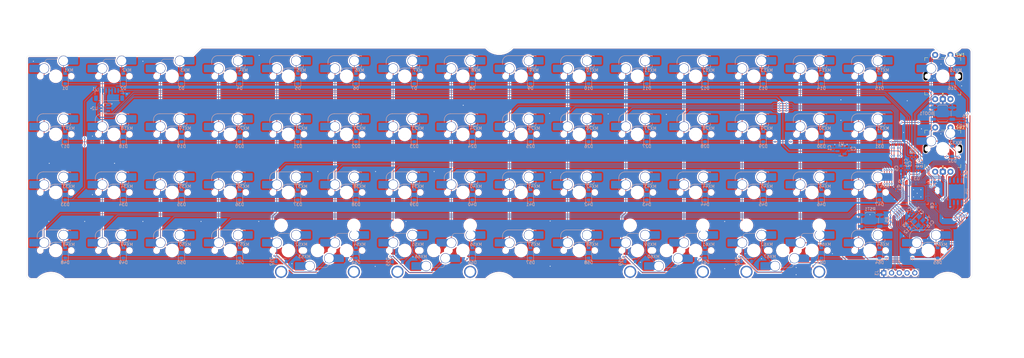
<source format=kicad_pcb>
(kicad_pcb (version 20240108) (generator "pcbnew") (generator_version "8.0")
  (layers (0 "F.Cu" signal) (31 "B.Cu" signal) (34 "B.Paste" user) (35 "F.Paste" user) (36 "B.SilkS" user "B.Silkscreen") (37 "F.SilkS" user "F.Silkscreen") (38 "B.Mask" user) (39 "F.Mask" user) (44 "Edge.Cuts" user))
  (net 0 "")
  (net 1 "Net-(BOOT1-Pad2)")
  (net 2 "GND")
  (net 3 "+5V")
  (net 4 "+3V3")
  (net 5 "+1V1")
  (net 6 "XIN")
  (net 7 "Net-(C12-Pad2)")
  (net 8 "Net-(D1-A)")
  (net 9 "Net-(D2-A)")
  (net 10 "Net-(D3-A)")
  (net 11 "Net-(D4-A)")
  (net 12 "Net-(D5-A)")
  (net 13 "Net-(D6-A)")
  (net 14 "Net-(D7-A)")
  (net 15 "Net-(D8-A)")
  (net 16 "Net-(D9-A)")
  (net 17 "Net-(D10-A)")
  (net 18 "Net-(D11-A)")
  (net 19 "Net-(D12-A)")
  (net 20 "Net-(D13-A)")
  (net 21 "Net-(D14-A)")
  (net 22 "Net-(D15-A)")
  (net 23 "Net-(D16-A)")
  (net 24 "Net-(D17-A)")
  (net 25 "Net-(D18-A)")
  (net 26 "Net-(D19-A)")
  (net 27 "Net-(D20-A)")
  (net 28 "Net-(D21-A)")
  (net 29 "Net-(D22-A)")
  (net 30 "Net-(D23-A)")
  (net 31 "Net-(D24-A)")
  (net 32 "Net-(D25-A)")
  (net 33 "Net-(D26-A)")
  (net 34 "Net-(D27-A)")
  (net 35 "Net-(D28-A)")
  (net 36 "Net-(D29-A)")
  (net 37 "Net-(D30-A)")
  (net 38 "Net-(D31-A)")
  (net 39 "Net-(D32-A)")
  (net 40 "Net-(D33-A)")
  (net 41 "Net-(D34-A)")
  (net 42 "Net-(D35-A)")
  (net 43 "Net-(D36-A)")
  (net 44 "Net-(D37-A)")
  (net 45 "Net-(D38-A)")
  (net 46 "Net-(D39-A)")
  (net 47 "Net-(D40-A)")
  (net 48 "Net-(D41-A)")
  (net 49 "Net-(D42-A)")
  (net 50 "Net-(D43-A)")
  (net 51 "Net-(D44-A)")
  (net 52 "Net-(D45-A)")
  (net 53 "Net-(D46-A)")
  (net 54 "Net-(D47-A)")
  (net 55 "Net-(D48-A)")
  (net 56 "Net-(D49-A)")
  (net 57 "Net-(D50-A)")
  (net 58 "Net-(D51-A)")
  (net 59 "Net-(D52-A)")
  (net 60 "Net-(D54-A)")
  (net 61 "Net-(D55-A)")
  (net 62 "Net-(D56-A)")
  (net 63 "Net-(D57-A)")
  (net 64 "Net-(D58-A)")
  (net 65 "Net-(D59-A)")
  (net 66 "Net-(D61-A)")
  (net 67 "Net-(D62-A)")
  (net 68 "Net-(D63-A)")
  (net 69 "D+")
  (net 70 "D-")
  (net 71 "SWD")
  (net 72 "RESET")
  (net 73 "SWC")
  (net 74 "Net-(R3-Pad2)")
  (net 75 "Q_SEL")
  (net 76 "Net-(U3-USB_DP)")
  (net 77 "Net-(U3-USB_DM)")
  (net 78 "XOUT")
  (net 83 "Q_IO1")
  (net 85 "Q_IO0")
  (net 87 "Q_IO2")
  (net 88 "Q_IO3")
  (net 89 "Q_CLK")
  (net 91 "Net-(D64-A)")
  (net 92 "Net-(D65-A)")
  (net 93 "Row 1")
  (net 94 "Row 2")
  (net 95 "Row 3")
  (net 96 "Row 4")
  (net 97 "Col 1")
  (net 98 "Col 2")
  (net 99 "Col 3")
  (net 100 "Col 4")
  (net 101 "Col 5")
  (net 102 "Col 6")
  (net 103 "Col 7")
  (net 104 "Col 8")
  (net 105 "Col 9")
  (net 106 "Col 10")
  (net 107 "Col 11")
  (net 108 "Col 12")
  (net 109 "Col 13")
  (net 110 "Col 14")
  (net 111 "Col 15")
  (net 112 "Col 16")
  (net 113 "unconnected-(U3-GPIO17-Pad28)")
  (net 114 "ENC1B")
  (net 115 "ENC1A")
  (net 116 "ENC2B")
  (net 117 "ENC2A")
  (footprint "PCM_marbastlib-various:ROT_Alps_EC11E-Switch" (layer "F.Cu") (at 315.9125 49.2125)
    (property "Reference" "SW2")
    (property "Value" "RotaryEncoder_Switch")
  )
  (footprint "PCM_marbastlib-mx:STAB_MX_P_2u" (layer "F.Cu") (at 149.225 82.55 180)
    (property "Reference" "S3" (hide yes))
    (property "Value" "MX_stab")
  )
  (footprint "PCM_marbastlib-mx:STAB_MX_P_2u" (layer "F.Cu") (at 263.524792 82.55 180)
    (property "Reference" "S4" (hide yes))
    (property "Value" "MX_stab")
  )
  (footprint "PCM_marbastlib-various:ROT_Alps_EC11E-Switch" (layer "F.Cu") (at 315.9125 25.4)
    (property "Reference" "SW1")
    (property "Value" "RotaryEncoder_Switch")
  )
  (footprint "Capacitor_SMD:C_0402_1005Metric" (layer "B.Cu") (at 285.154448 49.4046 90)
    (property "Reference" "C2")
    (property "Value" "1u")
  )
  (footprint "PCM_marbastlib-mx:SW_MX_HS_S_CPG151101S11_1u" (layer "B.Cu") (at 120.65 82.55 180)
    (property "Reference" "MX54")
    (property "Value" "MX_SW_HS")
  )
  (footprint "PCM_marbastlib-mx:SW_MX_HS_CPG151101S11_1u" (layer "B.Cu") (at 177.8 25.4 180)
    (property "Reference" "MX9")
    (property "Value" "MX_SW_HS")
  )
  (footprint "xomm:D_SOD-123_xomm" (layer "B.Cu") (at 123.731928 26.19375 90)
    (property "Reference" "D6")
    (property "Value" "D_Small")
  )
  (footprint "xomm:D_SOD-123_xomm" (layer "B.Cu") (at 161.831896 83.34375 90)
    (property "Reference" "D56")
    (property "Value" "D_Small")
  )
  (footprint "PCM_marbastlib-mx:SW_MX_HS_CPG151101S11_1u" (layer "B.Cu") (at 101.6 63.5 180)
    (property "Reference" "MX37")
    (property "Value" "MX_SW_HS")
  )
  (footprint "PCM_marbastlib-various:SOT-23-6-routable" (layer "B.Cu") (at 41.374184 35.867548 180)
    (property "Reference" "U2")
    (property "Value" "SRV05-4")
  )
  (footprint "xomm:D_SOD-123_xomm" (layer "B.Cu") (at 218.981848 64.29375 90)
    (property "Reference" "D43")
    (property "Value" "D_Small")
  )
  (footprint "PCM_marbastlib-mx:SW_MX_HS_CPG151101S11_1u" (layer "B.Cu") (at 82.55 44.45 180)
    (property "Reference" "MX20")
    (property "Value" "MX_SW_HS")
  )
  (footprint "xomm:D_SOD-123_xomm" (layer "B.Cu") (at 28.482008 26.19375 90)
    (property "Reference" "D1")
    (property "Value" "D_Small")
  )
  (footprint "xomm:D_SOD-123_xomm" (layer "B.Cu") (at 66.581976 26.19375 90)
    (property "Reference" "D3")
    (property "Value" "D_Small")
  )
  (footprint "xomm:D_SOD-123_xomm" (layer "B.Cu") (at 28.482008 45.24375 90)
    (property "Reference" "D17")
    (property "Value" "D_Small")
  )
  (footprint "xomm:D_SOD-123_xomm" (layer "B.Cu") (at 218.981848 26.19375 90)
    (property "Reference" "D11")
    (property "Value" "D_Small")
  )
  (footprint "xomm:D_SOD-123_xomm" (layer "B.Cu") (at 257.081816 64.29375 90)
    (property "Reference" "D45")
    (property "Value" "D_Small")
  )
  (footprint "PCM_marbastlib-mx:SW_MX_HS_CPG151101S11_1u" (layer "B.Cu") (at 44.45 82.55 180)
    (property "Reference" "MX49")
    (property "Value" "MX_SW_HS")
  )
  (footprint "xomm:D_SOD-123_xomm" (layer "B.Cu") (at 295.181784 83.34375 90)
    (property "Reference" "D64")
    (property "Value" "D_Small")
  )
  (footprint "PCM_marbastlib-mx:SW_MX_HS_CPG151101S11_1u" (layer "B.Cu") (at 82.55 63.5 180)
    (property "Reference" "MX36")
    (property "Value" "MX_SW_HS")
  )
  (footprint "xomm:D_SOD-123_xomm" (layer "B.Cu") (at 314.231768 83.34375 90)
    (property "Reference" "D65")
    (property "Value" "D_Small")
  )
  (footprint "Capacitor_SMD:C_0402_1005Metric" (layer "B.Cu") (at 279.945468 49.4046 90)
    (property "Reference" "C1")
    (property "Value" "1u")
  )
  (footprint "PCM_marbastlib-mx:SW_MX_HS_S_CPG151101S11_1u" (layer "B.Cu") (at 315.9125 25.4 180)
    (property "Reference" "MX16")
    (property "Value" "MX_SW_HS")
  )
  (footprint "xomm:D_SOD-123_xomm" (layer "B.Cu") (at 218.981848 45.24375 90)
    (property "Reference" "D27")
    (property "Value" "D_Small")
  )
  (footprint "xomm:D_SOD-123_xomm" (layer "B.Cu") (at 213.51875 86.121875)
    (property "Reference" "D59")
    (property "Value" "D_Small")
  )
  (footprint "PCM_marbastlib-mx:SW_MX_HS_CPG151101S11_1u" (layer "B.Cu") (at 101.6 25.4 180)
    (property "Reference" "MX5")
    (property "Value" "MX_SW_HS")
  )
  (footprint "Resistor_SMD:R_0402_1005Metric" (layer "B.Cu") (at 323.310276 40.574184)
    (property "Reference" "R4")
    (property "Value" "5.1k")
  )
  (footprint "PCM_marbastlib-mx:SW_MX_HS_CPG151101S11_1u" (layer "B.Cu") (at 63.5 63.5 180)
    (property "Reference" "MX35")
    (property "Value" "MX_SW_HS")
  )
  (footprint "xomm:D_SOD-123_xomm" (layer "B.Cu") (at 238.031832 64.29375 90)
    (property "Reference" "D44")
    (property "Value" "D_Small")
  )
  (footprint "xomm:D_SOD-123_xomm" (layer "B.Cu") (at 85.63196 83.34375 90)
    (property "Reference" "D51")
    (property "Value" "D_Small")
  )
  (footprint "xomm:D_SOD-123_xomm" (layer "B.Cu") (at 123.731928 45.24375 90)
    (property "Reference" "D22")
    (property "Value" "D_Small")
  )
  (footprint "PCM_marbastlib-mx:SW_MX_HS_S_CPG151101S11_1u" (layer "B.Cu") (at 215.9 82.55 180)
    (property "Reference" "MX59")
    (property "Value" "MX_SW_HS")
  )
  (footprint "PCM_marbastlib-mx:SW_MX_HS_CPG151101S11_1u" (layer "B.Cu") (at 273.05 44.45 180)
    (property "Reference" "MX30")
    (property "Value" "MX_SW_HS")
  )
  (footprint "PCM_marbastlib-mx:SW_MX_HS_CPG151101S11_1u" (layer "B.Cu") (at 234.95 63.5 180)
    (property "Reference" "MX44")
    (property "Value" "MX_SW_HS")
  )
  (footprint "Resistor_SMD:R_0402_1005Metric" (layer "B.Cu") (at 305.748572 51.885112 -90)
    (property "Reference" "R8")
    (property "Value" "27")
  )
  (footprint "xomm:D_SOD-123_xomm" (layer "B.Cu") (at 257.081816 26.19375 90)
    (property "Reference" "D13")
    (property "Value" "D_Small")
  )
  (footprint "PCM_marbastlib-mx:SW_MX_HS_CPG151101S11_1u" (layer "B.Cu") (at 63.5 82.55 180)
    (property "Reference" "MX50")
    (property "Value" "MX_SW_HS")
  )
  (footprint "xomm:D_SOD-123_xomm" (layer "B.Cu") (at 295.181784 26.19375 90)
    (property "Reference" "D15")
    (property "Value" "D_Small")
  )
  (footprint "Capacitor_SMD:C_0402_1005Metric" (layer "B.Cu") (at 309.6181 74.506968 45)
    (property "Reference" "C10")
    (property "Value" "22p")
  )
  (footprint "PCM_marbastlib-mx:SW_MX_HS_S_CPG151101S11_1u" (layer "B.Cu") (at 158.75 82.55 180)
    (property "Reference" "MX56")
    (property "Value" "MX_SW_HS")
  )
  (footprint "xomm:D_SOD-123_xomm" (layer "B.Cu") (at 295.181784 45.24375 90)
    (property "Reference" "D31")
    (property "Value" "D_Small")
  )
  (footprint "xomm:D_SOD-123_xomm" (layer "B.Cu") (at 180.88188 64.29375 90)
    (property "Reference" "D41")
    (property "Value" "D_Small")
  )
  (footprint "PCM_marbastlib-mx:SW_MX_HS_CPG151101S11_1u" (layer "B.Cu") (at 292.1 63.5 180)
    (property "Reference" "MX47")
    (property "Value" "MX_SW_HS")
  )
  (footprint "Resistor_SMD:R_0402_1005Metric" (layer "B.Cu") (at 306.939196 51.885112 -90)
    (property "Reference" "R7")
    (property "Value" "27")
  )
  (footprint "xomm:D_SOD-123_xomm" (layer "B.Cu") (at 251.61875 86.121875)
    (property "Reference" "D62")
    (property "Value" "D_Small")
  )
  (footprint "Capacitor_SMD:C_0402_1005Metric" (layer "B.Cu") (at 312.59466 60.070652)
    (property "Reference" "C7")
    (property "Value" "100n")
  )
  (footprint "xomm:D_SOD-123_xomm" (layer "B.Cu") (at 257.081816 45.24375 90)
    (property "Reference" "D29")
    (property "Value" "D_Small")
  )
  (footprint "PCM_marbastlib-mx:SW_MX_HS_CPG151101S11_1u" (layer "B.Cu") (at 196.85 63.5 180)
    (property "Reference" "MX42")
    (property "Value" "MX_SW_HS")
  )
  (footprint "PCM_marbastlib-mx:SW_MX_HS_S_CPG151101S11_1u" (layer "B.Cu") (at 25.4 25.4 180)
    (property "Reference" "MX1")
    (property "Value" "MX_SW_HS")
  )
  (footprint "xomm:D_SOD-123_xomm" (layer "B.Cu") (at 66.581976 45.24375 90)
    (property "Reference" "D19")
    (property "Value" "D_Small")
  )
  (footprint "PCM_marbastlib-mx:SW_MX_HS_CPG151101S11_1u" (layer "B.Cu") (at 311.15 82.55 180)
    (property "Reference" "MX65")
    (property "Value" "MX_SW_HS")
  )
  (footprint "PCM_marbastlib-mx:SW_MX_HS_CPG151101S11_1u" (layer "B.Cu") (at 158.75 63.5 180)
    (property "Reference" "MX40")
    (property "Value" "MX_SW_HS")
  )
  (footprint "xomm:D_SOD-123_xomm" (layer "B.Cu") (at 276.1318 45.24375 90)
    (property "Reference" "D30")
    (property "Value" "D_Small")
  )
  (footprint "Capacitor_SMD:C_0402_1005Metric" (layer "B.Cu") (at 313.636456 67.809708 -90)
    (property "Reference" "C8")
    (property "Value" "100n")
  )
  (footprint "xomm:D_SOD-123_xomm" (layer "B.Cu") (at 238.031832 26.19375 90)
    (property "Reference" "D12")
    (property "Value" "D_Small")
  )
  (footprint "Capacitor_SMD:C_0402_1005Metric" (layer "B.Cu") (at 305.004432 56.201124 90)
    (property "Reference" "C3")
    (property "Value" "1u")
  )
  (footprint "xomm:D_SOD-123_xomm" (layer "B.Cu") (at 142.781912 26.19375 90)
    (property "Reference" "D7")
    (property "Value" "D_Small")
  )
  (footprint "PCM_marbastlib-mx:SW_MX_HS_CPG151101S11_1u" (layer "B.Cu") (at 234.95 44.45 180)
    (property "Reference" "MX28")
    (property "Value" "MX_SW_HS")
  )
  (footprint "xomm:D_SOD-123_xomm" (layer "B.Cu") (at 137.31875 86.270644)
    (property "Reference" "D55")
    (property "Value" "D_Small")
  )
  (footprint "PCM_marbastlib-mx:SW_MX_HS_S_CPG151101S11_1u" (layer "B.Cu") (at 263.524792 82.55)
    (property "Reference" "MX67")
    (property "Value" "MX_SW_HS")
  )
  (footprint "xomm:D_SOD-123_xomm" (layer "B.Cu") (at 123.731928 64.29375 90)
    (property "Reference" "D38")
    (property "Value" "D_Small")
  )
  (footprint "PCM_marbastlib-mx:SW_MX_HS_S_CPG151101S11_1u" (layer "B.Cu") (at 273.05 82.55 180)
    (property "Reference" "MX63")
    (property "Value" "MX_SW_HS")
  )
  (footprint "xomm:D_SOD-123_xomm" (layer "B.Cu") (at 142.781912 45.24375 90)
    (property "Reference" "D23")
    (property "Value" "D_Small")
  )
  (footprint "xomm:D_SOD-123_xomm" (layer "B.Cu") (at 47.531992 45.24375 90)
    (property "Reference" "D18")
    (property "Value" "D_Small")
  )
  (footprint "Resistor_SMD:R_0402_1005Metric" (layer "B.Cu") (at 323.310276 39.532388)
    (property "Reference" "R6")
    (property "Value" "1k")
  )
  (footprint "PCM_marbastlib-mx:SW_MX_HS_CPG151101S11_1u" (layer "B.Cu") (at 63.5 44.45 180)
    (property "Reference" "MX19")
    (property "Value" "MX_SW_HS")
  )
  (footprint "Button_Switch_SMD:SW_SPST_TL3342" (layer "B.Cu") (at 292.1 72.721032 180)
    (property "Reference" "RST1")
    (property "Value" "SW_Push")
  )
  (footprint "PCM_marbastlib-mx:SW_MX_HS_CPG151101S11_1u" (layer "B.Cu") (at 82.55 82.55 180)
    (property "Reference" "MX51")
    (property "Value" "MX_SW_HS")
  )
  (footprint "Package_DFN_QFN:QFN-56-1EP_7x7mm_P0.4mm_EP3.2x3.2mm" (layer "B.Cu") (at 307.534508 63.791352 180)
    (property "Reference" "U3")
    (property "Value" "RP2040")
  )
  (footprint "xomm:D_SOD-123_xomm" (layer "B.Cu") (at 104.681944 45.24375 90)
    (property "Reference" "D21")
    (property "Value" "D_Small")
  )
  (footprint "xomm:D_SOD-123_xomm" (layer "B.Cu") (at 47.531992 83.34375 90)
    (property "Reference" "D49")
    (property "Value" "D_Small")
  )
  (footprint "PCM_marbastlib-mx:STAB_MX_P_2u" (layer "B.Cu") (at 225.425 82.55)
    (property "Reference" "S2" (hide yes))
    (property "Value" "MX_stab")
  )
  (footprint "Package_TO_SOT_SMD:SOT-23-3" (layer "B.Cu") (at 282.575 49.950348 180)
    (property "Reference" "U1")
    (property "Value" "XC6206PxxxMR")
  )
  (footprint "xomm:D_SOD-123_xomm" (layer "B.Cu") (at 99.21875 86.121875)
    (property "Reference" "D52")
    (property "Value" "D_Small")
  )
  (footprint "PCM_marbastlib-mx:SW_MX_HS_CPG151101S11_1u" (layer "B.Cu") (at 292.1 44.45 180)
    (property "Reference" "MX31")
    (property "Value" "MX_SW_HS")
  )
  (footprint "xomm:D_SOD-123_xomm" (layer "B.Cu") (at 85.63196 26.19375 90)
    (property "Reference" "D4")
    (property "Value" "D_Small")
  )
  (footprint "PCM_marbastlib-mx:SW_MX_HS_CPG151101S11_1u" (layer "B.Cu") (at 196.85 25.4 180)
    (property "Reference" "MX10")
    (property "Value" "MX_SW_HS")
  )
  (footprint "xomm:D_SOD-123_xomm" (layer "B.Cu") (at 66.581976 83.34375 90)
    (property "Reference" "D50")
    (property "Value" "D_Small")
  )
  (footprint "PCM_marbastlib-mx:SW_MX_HS_CPG151101S11_1u" (layer "B.Cu") (at 234.95 25.4 180)
    (property "Reference" "MX12")
    (property "Value" "MX_SW_HS")
  )
  (footprint "PCM_marbastlib-mx:SW_MX_HS_CPG151101S11_1u" (layer "B.Cu") (at 139.7 44.45 180)
    (property "Reference" "MX23")
    (property "Value" "MX_SW_HS")
  )
  (footprint "PCM_marbastlib-mx:SW_MX_HS_CPG151101S11_1u" (layer "B.Cu") (at 25.4 44.45 180)
    (property "Reference" "MX17")
    (property "Value" "MX_SW_HS")
  )
  (footprint "Connector_JST:JST_SH_BM07B-SRSS-TB_1x07-1MP_P1.00mm_Vertical" (layer "B.Cu") (at 42.862464 31.402708)
    (property "Reference" "J1")
    (property "Value" "Conn_01x07")
  )
  (footprint "PCM_marbastlib-mx:SW_MX_HS_CPG151101S11_1u" (layer "B.Cu") (at 158.75 44.45 180)
    (property "Reference" "MX24")
    (property "Value" "MX_SW_HS")
  )
  (footprint "xomm:D_SOD-123_xomm" (layer "B.Cu") (at 238.031832 83.34375 90)
    (property "Reference" "D61")
    (property "Value" "D_Small")
  )
  (footprint "xomm:D_SOD-123_xomm" (layer "B.Cu") (at 66.581976 64.29375 90)
    (property "Reference" "D35")
    (property "Value" "D_Small")
  )
  (footprint "Capacitor_SMD:C_0402_1005Metric" (layer "B.Cu") (at 306.733526 70.235467 -135)
    (property "Reference" "C13")
    (property "Value" "100n")
  )
  (footprint "xomm:D_SOD-123_xomm" (layer "B.Cu") (at 318.994264 50.00625 90)
    (property "Reference" "D32")
    (property "Value" "D_Small")
  )
  (footprint "PCM_marbastlib-mx:SW_MX_HS_CPG151101S11_1u" (layer "B.Cu") (at 215.9 44.45 180)
    (property "Reference" "MX27")
    (property "Value" "MX_SW_HS")
  )
  (footprint "PCM_marbastlib-mx:SW_MX_HS_CPG151101S11_1u" (layer "B.Cu") (at 196.85 44.45 180)
    (property "Reference" "MX26")
    (property "Value" "MX_SW_HS")
  )
  (footprint "xomm:D_SOD-123_xomm" (layer "B.Cu") (at 28.482008 83.34375 90)
    (property "Reference" "D48")
    (property "Value" "D_Small")
  )
  (footprint "xomm:D_SOD-123_xomm" (layer "B.Cu") (at 199.931864 45.24375 90)
    (property "Reference" "D26")
    (property "Value" "D_Small")
  )
  (footprint "PCM_marbastlib-mx:SW_MX_HS_CPG151101S11_1u" (layer "B.Cu") (at 254 25.4 180)
    (property "Reference" "MX13")
    (property "Value" "MX_SW_HS")
  )
  (footprint "PCM_marbastlib-mx:SW_MX_HS_S_CPG151101S11_1u" (layer "B.Cu") (at 111.125 82.55)
    (property "Reference" "MX53")
    (property "Value" "MX_SW_HS")
  )
  (footprint "Capacitor_SMD:C_0603_1608Metric" (layer "B.Cu") (at 302.1767 55.605812 -90)
    (property "Reference" "C5")
    (property "Value" "10u")
  )
  (footprint "xomm:D_SOD-123_xomm" (layer "B.Cu") (at 142.781912 64.29375 90)
    (property "Reference" "D39")
    (property "Value" "D_Small")
  )
  (footprint "Crystal:Crystal_SMD_3225-4Pin_3.2x2.5mm" (layer "B.Cu") (at 307.980992 72.86986 45)
    (property "Reference" "Y1")
    (property "Value" "Crystal_GND24")
  )
  (footprint "PCM_marbastlib-mx:SW_MX_HS_S_CPG151101S11_1u" (layer "B.Cu") (at 254 82.55 180)
    (property "Reference" "MX62")
    (property "Value" "MX_SW_HS")
  )
  (footprint "Capacitor_SMD:C_0402_1005Metric" (layer "B.Cu") (at 308.427476 56.201124 90)
    (property "Reference" "C16")
    (property "Value" "100n")
  )
  (footprint "PCM_marbastlib-mx:SW_MX_HS_CPG151101S11_1u" (layer "B.Cu") (at 82.55 25.4 180)
    (property "Reference" "MX4")
    (property "Value" "MX_SW_HS")
  )
  (footprint "PCM_marbastlib-mx:SW_MX_HS_CPG151101S11_1u" (layer "B.Cu") (at 215.9 63.5 180)
    (property "Reference" "MX43")
    (property "Value" "MX_SW_HS")
  )
  (footprint "PCM_marbastlib-mx:SW_MX_HS_S_CPG151101S11_1u" (layer "B.Cu") (at 101.6 82.55 180)
    (property "Reference" "MX52")
    (property "Value" "MX_SW_HS")
  )
  (footprint "PCM_marbastlib-mx:SW_MX_HS_CPG151101S11_1u" (layer "B.Cu") (at 177.8 63.5 180)
    (property "Reference" "MX41")
    (property "Value" "MX_SW_HS")
  )
  (footprint "xomm:D_SOD-123_xomm" (layer "B.Cu") (at 180.88188 26.19375 90)
    (property "Reference" "D9")
    (property "Value" "D_Small")
  )
  (footprint "PCM_marbastlib-mx:SW_MX_HS_CPG151101S11_1u" (layer "B.Cu") (at 292.1 25.4 180)
    (property "Reference" "MX15")
    (property "Value" "MX_SW_HS")
  )
  (footprint "Capacitor_SMD:C_0402_1005Metric" (layer "B.Cu") (at 322.119652 57.540576 90)
    (property "Reference" "C11")
    (property "Value" "1u")
  )
  (footprint "PCM_marbastlib-mx:SW_MX_HS_CPG151101S11_1u" (layer "B.Cu") (at 177.8 82.55 180)
    (property "Reference" "MX57")
    (property "Value" "MX_SW_HS")
  )
  (footprint "xomm:D_SOD-123_xomm" (layer "B.Cu") (at 199.931864 83.34375 90)
    (property "Reference" "D58")
    (property "Value" "D_Small")
  )
  (footprint "PCM_marbastlib-mx:SW_MX_HS_CPG151101S11_1u" (layer "B.Cu") (at 120.65 63.5 180)
    (property "Reference" "MX38")
    (property "Value" "MX_SW_HS")
  )
  (footprint "PCM_marbastlib-mx:SW_MX_HS_S_CPG151101S11_1u" (layer "B.Cu") (at 149.225 82.55)
    (property "Reference" "MX66")
    (property "Value" "MX_SW_HS")
  )
  (footprint "xomm:D_SOD-123_xomm" (layer "B.Cu") (at 104.681944 64.29375 90)
    (property "Reference" "D37")
    (property "Value" "D_Small")
  )
  (footprint "xomm:D_SOD-123_xomm" (layer "B.Cu") (at 161.831896 64.29375 90)
    (property "Reference" "D40")
    (property "Value" "D_Small")
  )
  (footprint "PCM_marbastlib-mx:SW_MX_HS_CPG151101S11_1u" (layer "B.Cu") (at 273.05 25.4 180)
    (property "Reference" "MX14")
    (property "Value" "MX_SW_HS")
  )
  (footprint "Resistor_SMD:R_0402_1005Metric" (layer "B.Cu") (at 321.375512 40.574184)
    (property "Reference" "R3")
    (property "Value" "5.1k")
  )
  (footprint "PCM_marbastlib-mx:SW_MX_HS_CPG151101S11_1u" (layer "B.Cu") (at 215.9 25.4 180)
    (property "Reference" "MX11")
    (property "Value" "MX_SW_HS")
  )
  (footprint "Package_SO:SOIC-8_5.23x5.23mm_P1.27mm" (layer "B.Cu") (at 320.184888 63.19604 90)
    (property "Reference" "U4")
    (property "Value" "W25Q128JVS")
  )
  (footprint "PCM_marbastlib-mx:SW_MX_HS_CPG151101S11_1u" (layer "B.Cu") (at 25.4 82.55 180)
    (property "Reference" "MX48")
    (property "Value" "MX_SW_HS")
  )
  (footprint "xomm:D_SOD-123_xomm" (layer "B.Cu") (at 199.931864 64.29375 90)
    (property "Reference" "D42")
    (property "Value" "D_Small")
  )
  (footprint "xomm:D_SOD-123_xomm" (layer "B.Cu") (at 276.1318 26.19375 90)
    (property "Reference" "D14")
    (property "Value" "D_Small")
  )
  (footprint "PCM_marbastlib-mx:SW_MX_HS_CPG151101S11_1u" (layer "B.Cu") (at 101.6 44.45 180)
    (property "Reference" "MX21")
    (property "Value" "MX_SW_HS")
  )
  (footprint "PCM_marbastlib-mx:SW_MX_HS_CPG151101S11_1u" (layer "B.Cu") (at 177.8 44.45 180)
    (property "Reference" "MX25")
    (property "Value" "MX_SW_HS")
  )
  (footprint "xomm:D_SOD-123_xomm" (layer "B.Cu") (at 238.031832 45.24375 90)
    (property "Reference" "D28")
    (property "Value" "D_Small")
  )
  (footprint "xomm:D_SOD-123_xomm" (layer "B.Cu") (at 199.931864 26.19375 90)
    (property "Reference" "D10")
    (property "Value" "D_Small")
  )
  (footprint "PCM_marbastlib-mx:SW_MX_HS_S_CPG151101S11_1u" (layer "B.Cu") (at 315.9125 49.2125 180)
    (property "Reference" "MX32")
    (property "Value" "MX_SW_HS")
  )
  (footprint "Capacitor_SMD:C_0402_1005Metric" (layer "B.Cu") (at 306.046228 74.655796 135)
    (property "Reference" "C12")
    (property "Value" "22p")
  )
  (footprint "PCM_marbastlib-mx:SW_MX_HS_CPG151101S11_1u" (layer "B.Cu") (at 120.65 44.45 180)
    (property "Reference" "MX22")
    (property "Value" "MX_SW_HS")
  )
  (footprint "xomm:D_SOD-123_xomm" (layer "B.Cu") (at 123.731928 83.34375 90)
    (property "Reference" "D54")
    (property "Value" "D_Small")
  )
  (footprint "xomm:D_SOD-123_xomm" (layer "B.Cu") (at 318.994264 26.19375 90)
    (property "Reference" "D16")
    (property "Value" "D_Small")
  )
  (footprint "PCM_marbastlib-mx:SW_MX_HS_CPG151101S11_1u" (layer "B.Cu") (at 273.05 63.5 180)
    (property "Reference" "MX46")
    (property "Value" "MX_SW_HS")
  )
  (footprint "xomm:D_SOD-123_xomm" (layer "B.Cu") (at 85.63196 64.29375 90)
    (property "Reference" "D36")
    (property "Value" "D_Small")
  )
  (footprint "xomm:D_SOD-123_xomm" (layer "B.Cu") (at 28.482008 64.29375 90)
    (property "Reference" "D33")
    (property "Value" "D_Small")
  )
  (footprint "PCM_marbastlib-mx:SW_MX_HS_CPG151101S11_1u" (layer "B.Cu") (at 139.7 63.5 180)
    (property "Reference" "MX39")
    (property "Value" "MX_SW_HS")
  )
  (footprint "xomm:D_SOD-123_xomm" (layer "B.Cu") (at 276.1318 83.34375 90)
    (property "Reference" "D63")
    (property "Value" "D_Small")
  )
  (footprint "Button_Switch_SMD:SW_SPST_TL3342" (layer "B.Cu") (at 315.868876 37.597624 180)
    (property "Reference" "BOOT1")
    (property "Value" "SW_Push")
  )
  (footprint "Capacitor_SMD:C_0402_1005Metric" (layer "B.Cu") (at 305.541323 70.118248 -135)
    (property "Reference" "C4")
    (property "Value" "100n")
  )
  (footprint "PCM_marbastlib-mx:SW_MX_HS_CPG151101S11_1u" (layer "B.Cu") (at 254 44.45 180)
    (property "Reference" "MX29")
    (property "Value" "MX_SW_HS")
  )
  (footprint "PCM_marbastlib-mx:SW_MX_HS_S_CPG151101S11_1u" (layer "B.Cu") (at 234.95 82.55 180)
    (property "Reference" "MX61")
    (property "Value" "MX_SW_HS")
  )
  (footprint "PCM_marbastlib-mx:SW_MX_HS_CPG151101S11_1u" (layer "B.Cu") (at 25.4 63.5 180)
    (property "Reference" "MX33")
    (property "Value" "MX_SW_HS")
  )
  (footprint "xomm:D_SOD-123_xomm" (layer "B.Cu") (at 47.531992 26.19375 90)
    (property "Reference" "D2")
    (property "Value" "D_Small")
  )
  (footprint "PCM_marbastlib-mx:SW_MX_HS_CPG151101S11_1u" (layer "B.Cu") (at 44.45 63.5 180)
    (property "Reference" "MX34")
    (property "Value" "MX_SW_HS")
  )
  (footprint "Capacitor_SMD:C_0402_1005Metric" (layer "B.Cu") (at 303.962636 56.201124 90)
    (property "Reference" "C14")
    (property "Value" "100n")
  )
  (footprint "PCM_marbastlib-mx:STAB_MX_P_2u" (layer "B.Cu") (at 111.125 82.55)
    (property "Reference" "S1" (hide yes))
    (property "Value" "MX_stab")
  )
  (footprint "xomm:D_SOD-123_xomm" (layer "B.Cu") (at 276.1318 64.29375 90)
    (property "Reference" "D46")
    (property "Value" "D_Small")
  )
  (footprint "xomm:D_SOD-123_xomm" (layer "B.Cu") (at 180.88188 45.24375 90)
    (property "Reference" "D25")
    (property "Value" "D_Small")
  )
  (footprint "xomm:D_SOD-123_xomm" (layer "B.Cu") (at 295.181784 64.29375 90)
    (property "Reference" "D47")
    (property "Value" "D_Small")
  )
  (footprint "Connector_PinHeader_2.54mm:PinHeader_1x05_P2.54mm_Vertical" (layer "B.Cu") (at 296.584432 89.892112 -90)
    (property "Reference" "J3")
    (property "Value" "Conn_01x05")
  )
  (footprint "PCM_marbastlib-mx:SW_MX_HS_CPG151101S11_1u" (layer "B.Cu") (at 254 63.5 180)
    (property "Reference" "MX45")
    (property "Value" "MX_SW_HS")
  )
  (footprint "xomm:D_SOD-123_xomm" (layer "B.Cu") (at 180.88188 83.34375 90)
    (property "Reference" "D57")
    (property "Value" "D_Small")
  )
  (footprint "Resistor_SMD:R_0402_1005Metric" (layer "B.Cu") (at 298.753656 72.464384 -90)
    (property "Reference" "R5")
    (property "Value" "5.1k")
  )
  (footprint "PCM_marbastlib-mx:SW_MX_HS_CPG151101S11_1u" (layer "B.Cu") (at 292.1 82.55 180)
    (property "Reference" "MX64")
    (property "Value" "MX_SW_HS")
  )
  (footprint "PCM_marbastlib-mx:SW_MX_HS_CPG151101S11_1u" (layer "B.Cu") (at 44.45 44.45 180)
    (property "Reference" "MX18")
    (property "Value" "MX_SW_HS")
  )
  (footprint "xomm:D_SOD-123_xomm" (layer "B.Cu") (at 161.831896 26.19375 90)
    (property "Reference" "D8")
    (property "Value" "D_Small")
  )
  (footprint "Capacitor_SMD:C_0402_1005Metric" (layer "B.Cu") (at 300.837248 62.749556 135)
    (property "Reference" "C9")
    (property "Value" "100n")
  )
  (footprint "Capacitor_SMD:C_0402_1005Metric" (layer "B.Cu") (at 307.38568 56.201124 90)
    (property "Reference" "C15")
    (property "Value" "100n")
  )
  (footprint "xomm:D_SOD-123_xomm" (layer "B.Cu") (at 161.831896 45.24375 90)
    (property "Reference" "D24")
    (property "Value" "D_Small")
  )
  (footprint "PCM_marbastlib-mx:SW_MX_HS_S_CPG151101S11_1u" (layer "B.Cu") (at 139.7 82.55 180)
    (property "Reference" "MX55")
    (property "Value" "MX_SW_HS")
  )
  (footprint "PCM_marbastlib-mx:SW_MX_HS_S_CPG151101S11_1u" (layer "B.Cu") (at 225.425 82.55)
    (property "Reference" "MX60")
    (property "Value" "MX_SW_HS")
  )
  (footprint "Capacitor_SMD:C_0402_1005Metric" (layer "B.Cu") (at 302.772012 58.582372 180)
    (property "Reference" "C6")
    (property "Value" "1u")
  )
  (footprint "xomm:D_SOD-123_xomm" (layer "B.Cu") (at 47.531992 64.29375 90)
    (property "Reference" "D34")
    (property "Value" "D_Small")
  )
  (footprint "PCM_marbastlib-mx:SW_MX_HS_S_CPG151101S11_1u" (layer "B.Cu") (at 44.45 25.4 180)
    (property "Reference" "MX2")
    (property "Value" "MX_SW_HS")
  )
  (footprint "PCM_marbastlib-mx:SW_MX_HS_CPG151101S11_1u" (layer "B.Cu") (at 196.85 82.55 180)
    (property "Reference" "MX58")
    (property "Value" "MX_SW_HS")
  )
  (footprint "PCM_marbastlib-mx:SW_MX_HS_CPG151101S11_1u" (layer "B.Cu") (at 120.65 25.4 180)
    (property "Reference" "MX6")
    (property "Value" "MX_SW_HS")
  )
  (footprint "xomm:D_SOD-123_xomm" (layer "B.Cu") (at 85.63196 45.24375 90)
    (property "Reference" "D20")
    (property "Value" "D_Small")
  )
  (footprint "PCM_marbastlib-mx:SW_MX_HS_CPG151101S11_1u" (layer "B.Cu") (at 158.75 25.4 180)
    (property "Reference" "MX8")
    (property "Value" "MX_SW_HS")
  )
  (footprint "Resistor_SMD:R_0402_1005Metric" (layer "B.Cu") (at 305.004432 72.721032 45)
    (property "Reference" "R9")
    (property "Value" "1k")
  )
  (footprint "PCM_marbastlib-mx:SW_MX_HS_CPG151101S11_1u" (layer "B.Cu") (at 139.7 25.4 180)
    (property "Reference" "MX7")
    (property "Value" "MX_SW_HS")
  )
  (footprint "PCM_marbastlib-mx:SW_MX_HS_S_CPG151101S11_1u" (layer "B.Cu") (at 63.5 25.4 180)
    (property "Reference" "MX3")
    (property "Value" "MX_SW_HS")
  )
  (footprint "xomm:D_SOD-123_xomm" (layer "B.Cu") (at 104.681944 26.19375 90)
    (property "Reference" "D5")
    (property "Value" "D_Small")
  )
  (gr_arc (start 17.4625 92.075) (mid 16.339968 91.610032) (end 15.875 90.4875) (stroke (width 0.05)) (layer "Edge.Cuts"))
  (gr_arc (start 166.290625 92.075) (mid 170.65625 90.006221) (end 175.021875 92.075) (stroke (width 0.05)) (layer "Edge.Cuts"))
  (gr_arc (start 19.446875 92.075) (mid 23.8125 90.006221) (end 28.178125 92.075) (stroke (width 0.05)) (layer "Edge.Cuts"))
  (gr_arc (start 321.865625 15.875) (mid 317.5 17.943779) (end 313.134375 15.875) (stroke (width 0.05)) (layer "Edge.Cuts"))
  (gr_line (start 321.865625 92.075) (end 323.85 92.075) (stroke (width 0.05)) (layer "Edge.Cuts"))
  (gr_line (start 175.021875 92.075) (end 313.134375 92.075) (stroke (width 0.05)) (layer "Edge.Cuts"))
  (gr_arc (start 325.4375 90.4875) (mid 324.972532 91.610032) (end 323.85 92.075) (stroke (width 0.05)) (layer "Edge.Cuts"))
  (gr_line (start 73.025 15.875) (end 70.246875 18.653125) (stroke (width 0.05)) (layer "Edge.Cuts"))
  (gr_arc (start 15.875 19.446875) (mid 16.107484 18.885609) (end 16.66875 18.653125) (stroke (width 0.05)) (layer "Edge.Cuts"))
  (gr_line (start 15.875 19.446875) (end 15.875 90.4875) (stroke (width 0.05)) (layer "Edge.Cuts"))
  (gr_arc (start 175.021875 15.875) (mid 170.65625 17.943779) (end 166.290625 15.875) (stroke (width 0.05)) (layer "Edge.Cuts"))
  (gr_arc (start 313.134375 92.075) (mid 317.5 90.006221) (end 321.865625 92.075) (stroke (width 0.05)) (layer "Edge.Cuts"))
  (gr_line (start 17.4625 92.075) (end 19.446875 92.075) (stroke (width 0.05)) (layer "Edge.Cuts"))
  (gr_line (start 70.246875 18.653125) (end 16.66875 18.653125) (stroke (width 0.05)) (layer "Edge.Cuts"))
  (gr_line (start 321.865625 15.875) (end 323.85 15.875) (stroke (width 0.05)) (layer "Edge.Cuts"))
  (gr_line (start 175.021875 15.875) (end 313.134375 15.875) (stroke (width 0.05)) (layer "Edge.Cuts"))
  (gr_line (start 166.290625 15.875) (end 73.025 15.875) (stroke (width 0.05)) (layer "Edge.Cuts"))
  (gr_arc (start 323.85 15.875) (mid 324.972532 16.339968) (end 325.4375 17.4625) (stroke (width 0.05)) (layer "Edge.Cuts"))
  (gr_line (start 166.290625 92.075) (end 28.178125 92.075) (stroke (width 0.05)) (layer "Edge.Cuts"))
  (gr_line (start 325.4375 17.4625) (end 325.4375 90.4875) (stroke (width 0.05)) (layer "Edge.Cuts"))
  (segment (start 319.018876 39.497624) (end 312.718876 39.497624) (width 0.2) (layer "B.Cu") (net 1))
  (segment (start 319.05364 39.532388) (end 319.018876 39.497624) (width 0.2) (layer "B.Cu") (net 1))
  (segment (start 322.800277 39.532388) (end 319.05364 39.532388) (width 0.2) (layer "B.Cu") (net 1))
  (segment (start 308.278648 76.254604) (end 308.763432 76.254604) (width 0.2) (layer "F.Cu") (net 2))
  (segment (start 305.15326 75.113737) (end 306.294127 76.254604) (width 0.2) (layer "F.Cu") (net 2))
  (segment (start 308.799546 70.425655) (end 310.213412 71.839521) (width 0.2) (layer "F.Cu") (net 2))
  (segment (start 304.855604 71.232752) (end 305.662701 70.425655) (width 0.2) (layer "F.Cu") (net 2))
  (segment (start 284.559136 47.767492) (end 282.922028 47.767492) (width 0.2) (layer "F.Cu") (net 2))
  (segment (start 308.763432 76.254604) (end 310.808724 74.209312) (width 0.2) (layer "F.Cu") (net 2))
  (segment (start 305.662701 70.425655) (end 308.799546 70.425655) (width 0.2) (layer "F.Cu") (net 2))
  (segment (start 310.808724 74.209312) (end 310.808724 72.434833) (width 0.2) (layer "F.Cu") (net 2))
  (segment (start 305.15326 71.530408) (end 305.15326 75.113737) (width 0.2) (layer "F.Cu") (net 2))
  (segment (start 304.855604 71.232752) (end 305.15326 71.530408) (width 0.2) (layer "F.Cu") (net 2))
  (segment (start 310.808724 72.434833) (end 310.213412 71.839521) (width 0.2) (layer "F.Cu") (net 2))
  (segment (start 282.922028 47.767492) (end 280.54078 47.767492) (width 0.2) (layer "F.Cu") (net 2))
  (segment (start 306.294127 76.254604) (end 308.278648 76.254604) (width 0.2) (layer "F.Cu") (net 2))
  (via (at 303.069668 77.781184) (size 0.6) (drill 0.3) (layers "F.Cu" "B.Cu") (net 2))
  (via (at 212.923272 83.442912) (size 0.6) (drill 0.3) (layers "F.Cu" "B.Cu") (net 2))
  (via (at 308.917332 42.66404) (size 0.6) (drill 0.3) (layers "F.Cu" "B.Cu") (net 2))
  (via (at 187.324856 72.876124) (size 0.6) (drill 0.3) (layers "F.Cu" "B.Cu") (net 2))
  (via (at 216.898256 86.413208) (size 0.6) (drill 0.3) (layers "F.Cu" "B.Cu") (net 2))
  (via (at 308.734508 64.991352) (size 0.6) (drill 0.3) (layers "F.Cu" "B.Cu") (net 2))
  (via (at 130.026076 87.758924) (size 0.6) (drill 0.3) (layers "F.Cu" "B.Cu") (net 2))
  (via (at 251.172068 83.59174) (size 0.6) (drill 0.3) (layers "F.Cu" "B.Cu") (net 2))
  (via (at 305.302088 50.099176) (size 0.6) (drill 0.3) (layers "F.Cu" "B.Cu") (net 2))
  (via (at 23.273028 53.968697) (size 0.6) (drill 0.3) (layers "F.Cu" "B.Cu") (net 2))
  (via (at 321.821996 46.676132) (size 0.6) (drill 0.3) (layers "F.Cu" "B.Cu") (net 2))
  (via (at 284.559136 47.767492) (size 0.6) (drill 0.3) (layers "F.Cu" "B.Cu") (net 2))
  (via (at 302.1767 57.466162) (size 0.6) (drill 0.3) (layers "F.Cu" "B.Cu") (net 2))
  (via (at 92.031564 18.54764) (size 0.6) (drill 0.3) (layers "F.Cu" "B.Cu") (net 2))
  (via (at 315.273564 44.294884) (size 0.6) (drill 0.3) (layers "F.Cu" "B.Cu") (net 2))
  (via (at 136.872164 83.740568) (size 0.6) (drill 0.3) (layers "F.Cu" "B.Cu") (net 2))
  (via (at 307.832164 54.861672) (size 0.6) (drill 0.3) (layers "F.Cu" "B.Cu") (net 2))
  (via (at 43.811292 34.472236) (size 0.6) (drill 0.3) (layers "F.Cu" "B.Cu") (net 2))
  (via (at 308.278648 76.254604) (size 0.6) (drill 0.3) (layers "F.Cu" "B.Cu") (net 2))
  (via (at 23.1242 73.018688) (size 0.6) (drill 0.3) (layers "F.Cu" "B.Cu") (net 2))
  (via (at 313.041144 26.137868) (size 0.6) (drill 0.3) (layers "F.Cu" "B.Cu") (net 2))
  (via (at 317.208328 81.204228) (size 0.6) (drill 0.3) (layers "F.Cu" "B.Cu") (net 2))
  (via (at 225.381452 37.89528) (size 0.6) (drill 0.3) (layers "F.Cu" "B.Cu") (net 2))
  (via (at 149.330344 56.647608) (size 0.6) (drill 0.3) (layers "F.Cu" "B.Cu") (net 2))
  (via (at 308.734508 62.591352) (size 0.6) (drill 0.3) (layers "F.Cu" "B.Cu") (net 2))
  (via (at 307.534508 63.791352) (size 0.6) (drill 0.3) (layers "F.Cu" "B.Cu") (net 2))
  (via (at 297.860688 42.36012) (size 0.6) (drill 0.3) (layers "F.Cu" "B.Cu") (net 2))
  (via (at 310.213412 71.839521) (size 0.6) (drill 0.3) (layers "F.Cu" "B.Cu") (net 2))
  (via (at 310.957552 78.674152) (size 0.6) (drill 0.3) (layers "F.Cu" "B.Cu") (net 2))
  (via (at 256.529876 85.228848) (size 0.6) (drill 0.3) (layers "F.Cu" "B.Cu") (net 2))
  (via (at 48.722616 31.19802) (size 0.6) (drill 0.3) (layers "F.Cu" "B.Cu") (net 2))
  (via (at 304.557948 55.0105) (size 0.6) (drill 0.3) (layers "F.Cu" "B.Cu") (net 2))
  (via (at 279.747044 83.59174) (size 0.6) (drill 0.3) (layers "F.Cu" "B.Cu") (net 2))
  (via (at 292.056396 70.786268) (size 0.6) (drill 0.3) (layers "F.Cu" "B.Cu") (net 2))
  (via (at 158.855336 34.91872) (size 0.6) (drill 0.3) (layers "F.Cu" "B.Cu") (net 2))
  (via (at 315.868876 71.976892) (size 0.6) (drill 0.3) (layers "F.Cu" "B.Cu") (net 2))
  (via (at 130.131532 56.647608) (size 0.6) (drill 0.3) (layers "F.Cu" "B.Cu") (net 2))
  (via (at 267.890625 90.4875) (size 0.6) (drill 0.3) (layers "F.Cu" "B.Cu") (net 2))
  (via (at 282.531404 33.132784) (size 0.6) (drill 0.3) (layers "F.Cu" "B.Cu") (net 2))
  (via (at 140.103008 73.018688) (size 0.6) (drill 0.3) (layers "F.Cu" "B.Cu") (net 2))
  (via (at 53.931596 73.018688) (size 0.6) (drill 0.3) (layers "F.Cu" "B.Cu") (net 2))
  (via (at 282.922028 47.767492) (size 0.6) (drill 0.3) (layers "F.Cu" "B.Cu") (net 2))
  (via (at 91.882736 73.018688) (size 0.6) (drill 0.3) (layers "F.Cu" "B.Cu") (net 2))
  (via (at 37.411688 45.039024) (size 0.6) (drill 0.3) (layers "F.Cu" "B.Cu") (net 2))
  (via (at 36.965204 35.960516) (size 0.6) (drill 0.3) (layers "F.Cu" "B.Cu") (net 2))
  (via (at 187.325 87.709375) (size 0.6) (drill 0.3) (layers "F.Cu" "B.Cu") (net 2))
  (via (at 34.881612 73.018688) (size 0.6) (drill 0.3) (layers "F.Cu" "B.Cu") (net 2))
  (via (at 37.411688 64.237836) (size 0.6) (drill 0.3) (layers "F.Cu" "B.Cu") (net 2))
  (via (at 308.799546 70.425655) (size 0.6) (drill 0.3) (layers "F.Cu" "B.Cu") (net 2))
  (via (at 102.74718 86.859692) (size 0.6) (drill 0.3) (layers "F.Cu" "B.Cu") (net 2))
  (via (at 111.230376 56.647608) (size 0.6) (drill 0.3) (layers "F.Cu" "B.Cu") (net 2))
  (via (at 306.334508 64.991352) (size 0.6) (drill 0.3) (layers "F.Cu" "B.Cu") (net 2))
  (via (at 187.430312 56.945264) (size 0.6) (drill 0.3) (layers "F.Cu" "B.Cu") (net 2))
  (via (at 306.334508 62.591352) (size 0.6) (drill 0.3) (layers "F.Cu" "B.Cu") (net 2))
  (via (at 312.780654 59.535888) (size 0.6) (drill 0.3) (layers "F.Cu" "B.Cu") (net 2))
  (via (at 53.931596 20.482404) (size 0.6) (drill 0.3) (layers "F.Cu" "B.Cu") (net 2))
  (via (at 187.132656 37.597624) (size 0.6) (drill 0.3) (layers "F.Cu" "B.Cu") (net 2))
  (via (at 244.475 73.025) (size 0.6) (drill 0.3) (layers "F.Cu" "B.Cu") (net 2))
  (via (at 303.069668 43.8484) (size 0.6) (drill 0.3) (layers "F.Cu" "B.Cu") (net 2))
  (via (at 318.279888 68.256192) (size 0.6) (drill 0.3) (layers "F.Cu" "B.Cu") (net 2))
  (via (at 142.3788 84.633536) (size 0.6) (drill 0.3) (layers "F.Cu" "B.Cu") (net 2))
  (via (at 244.475 88.503125) (size 0.6) (drill 0.3) (layers "F.Cu" "B.Cu") (net 2))
  (via (at 72.98158 73.018688) (size 0.6) (drill 0.3) (layers "F.Cu" "B.Cu") (net 2))
  (via (at 44.654429 53.968697) (size 0.6) (drill 0.3) (layers "F.Cu" "B.Cu") (net 2))
  (via (at 206.331468 37.746452) (size 0.6) (drill 0.3) (layers "F.Cu" "B.Cu") (net 2))
  (via (at 18.064048 20.482404) (size 0.6) (drill 0.3) (layers "F.Cu" "B.Cu") (net 2))
  (via (at 315.323179 21.424947) (size 0.6) (drill 0.3) (layers "F.Cu" "B.Cu") (net 2))
  (via (at 267.890625 88.10625) (size 0.6) (drill 0.3) (layers "F.Cu" "B.Cu") (net 2))
  (via (at 280.54078 47.767492) (size 0.6) (drill 0.3) (layers "F.Cu" "B.Cu") (net 2))
  (via (at 300.093108 65.726116) (size 0.6) (drill 0.3) (layers "F.Cu" "B.Cu") (net 2))
  (via (at 304.855604 71.232752) (size 0.6) (drill 0.3) (layers "F.Cu" "B.Cu") (net 2))
  (via (at 322.070054 28.568697) (size 0.6) (drill 0.3) (layers "F.Cu" "B.Cu") (net 2))
  (via (at 282.531404 39.830044) (size 0.6) (drill 0.3) (layers "F.Cu" "B.Cu") (net 2))
  (via (at 304.260292 33.43044) (size 0.6) (drill 0.3) (layers "F.Cu" "B.Cu") (net 2))
  (via (at 299.818901 61.717066) (size 0.6) (drill 0.3) (layers "F.Cu" "B.Cu") (net 2))
  (segment (start 307.38568 55.308156) (end 307.38568 55.721124) (width 0.2) (layer "B.Cu") (net 2))
  (segment (start 313.114876 35.697624) (end 315.9125 32.9) (width 0.2) (layer "B.Cu") (net 2))
  (segment (start 307.832164 54.861672) (end 307.38568 55.308156) (width 0.2) (layer "B.Cu") (net 2))
  (segment (start 279.945468 48.362804) (end 279.945468 48.9246) (width 0.2) (layer "B.Cu") (net 2))
  (segment (start 280.54078 47.767492) (end 279.945468 48.362804) (width 0.2) (layer "B.Cu") (net 2))
  (segment (start 307.832164 54.861672) (end 309.478648 53.215188) (width 0.2) (layer "B.Cu") (net 2))
  (segment (start 308.427476 55.456984) (end 308.427476 55.721124) (width 0.2) (layer "B.Cu") (net 2))
  (segment (start 305.736241 71.232752) (end 306.394115 70.574878) (width 0.2) (layer "B.Cu") (net 2))
  (segment (start 318.710124 35.697624) (end 315.9125 32.9) (width 0.2) (layer "B.Cu") (net 2))
  (segment (start 288.984764 70.786268) (end 295.215236 70.786268) (width 0.2) (layer "B.Cu") (net 2))
  (segment (start 313.07466 59.829894) (end 313.07466 60.070652) (width 0.2) (layer "B.Cu") (net 2))
  (segment (start 302.1767 57.466162) (end 302.1767 56.380812) (width 0.2) (layer "B.Cu") (net 2))
  (segment (start 308.799546 71.455994) (end 307.980992 72.274548) (width 0.2) (layer "B.Cu") (net 2))
  (segment (start 285.154448 48.9246) (end 285.078699 49.000349) (width 0.2) (layer "B.Cu") (net 2))
  (segment (start 288.95 70.821032) (end 288.984764 70.786268) (width 0.2) (layer "B.Cu") (net 2))
  (segment (start 312.718876 35.697624) (end 313.114876 35.697624) (width 0.2) (layer "B.Cu") (net 2))
  (segment (start 307.832164 54.861672) (end 308.427476 55.456984) (width 0.2) (layer "B.Cu") (net 2))
  (segment (start 308.278648 76.254604) (end 307.645036 76.254604) (width 0.2) (layer "B.Cu") (net 2))
  (segment (start 43.811292 35.365204) (end 43.308948 35.867548) (width 0.2) (layer "B.Cu") (net 2))
  (segment (start 43.811292 34.472236) (end 43.811292 35.365204) (width 0.2) (layer "B.Cu") (net 2))
  (segment (start 308.534508 68.690506) (end 310.213412 70.36941) (width 0.2) (layer "B.Cu") (net 2))
  (segment (start 315.868876 71.202777) (end 313.636456 68.970357) (width 0.2) (layer "B.Cu") (net 2))
  (segment (start 43.308948 35.867548) (end 42.549183 35.867548) (width 0.2) (layer "B.Cu") (net 2))
  (segment (start 315.868876 71.976892) (end 315.868876 71.202777) (width 0.2) (layer "B.Cu") (net 2))
  (segment (start 309.478648 53.215188) (end 319.104106 53.215188) (width 0.2) (layer "B.Cu") (net 2))
  (segment (start 299.818901 61.731209) (end 300.497837 62.410145) (width 0.2) (layer "B.Cu") (net 2))
  (segment (start 318.279888 68.256192) (end 318.279888 66.79604) (width 0.2) (layer "B.Cu") (net 2))
  (segment (start 283.7125 49.000349) (end 283.670267 48.958116) (width 0.2) (layer "B.Cu") (net 2))
  (segment (start 302.1767 57.466162) (end 302.1767 58.46706) (width 0.2) (layer "B.Cu") (net 2))
  (segment (start 310.213412 70.36941) (end 310.213412 71.839521) (width 0.2) (layer "B.Cu") (net 2))
  (segment (start 304.557948 55.0105) (end 305.004432 55.456984) (width 0.2) (layer "B.Cu") (net 2))
  (segment (start 312.780654 59.535888) (end 313.07466 59.829894) (width 0.2) (layer "B.Cu") (net 2))
  (segment (start 307.804215 74.248718) (end 307.132128 74.248718) (width 0.2) (layer "B.Cu") (net 2))
  (segment (start 307.980992 72.274548) (end 307.980992 73.548682) (width 0.2) (layer "B.Cu") (net 2))
  (segment (start 322.119652 56.230734) (end 322.119652 57.060576) (width 0.2) (layer "B.Cu") (net 2))
  (segment (start 43.811292 30.12888) (end 43.811292 32.090988) (width 0.2) (layer "B.Cu") (net 2))
  (segment (start 304.557948 55.0105) (end 303.962636 55.605812) (width 0.2) (layer "B.Cu") (net 2))
  (segment (start 283.670267 48.958116) (end 279.978984 48.958116) (width 0.2) (layer "B.Cu") (net 2))
  (segment (start 307.645036 76.254604) (end 306.385639 74.995207) (width 0.2) (layer "B.Cu") (net 2))
  (segment (start 304.855604 71.232752) (end 304.855604 70.803967) (width 0.2) (layer "B.Cu") (net 2))
  (segment (start 43.862464 30.077708) (end 43.811292 30.12888) (width 0.2) (layer "B.Cu") (net 2))
  (segment (start 285.078699 49.000349) (end 283.7125 49.000349) (width 0.2) (layer "B.Cu") (net 2))
  (segment (start 42.862464 30.077709) (end 42.862464 31.14216) (width 0.2) (layer "B.Cu") (net 2))
  (segment (start 279.978984 48.958116) (end 279.945468 48.9246) (width 0.2) (layer "B.Cu") (net 2))
  (segment (start 319.018876 35.697624) (end 318.710124 35.697624) (width 0.2) (layer "B.Cu") (net 2))
  (segment (start 285.154448 48.362804) (end 285.154448 48.9246) (width 0.2) (layer "B.Cu") (net 2))
  (segment (start 302.1767 58.46706) (end 302.292012 58.582372) (width 0.2) (layer "B.Cu") (net 2))
  (segment (start 304.855604 71.232752) (end 305.736241 71.232752) (width 0.2) (layer "B.Cu") (net 2))
  (segment (start 303.962636 55.605812) (end 303.962636 55.721124) (width 0.2) (layer "B.Cu") (net 2))
  (segment (start 304.855604 70.803967) (end 305.201912 70.457659) (width 0.2) (layer "B.Cu") (net 2))
  (segment (start 284.559136 47.767492) (end 285.154448 48.362804) (width 0.2) (layer "B.Cu") (net 2))
  (segment (start 43.811292 32.090988) (end 43.474184 31.75388) (width 0.2) (layer "B.Cu") (net 2))
  (segment (start 305.004432 55.456984) (end 305.004432 55.721124) (width 0.2) (layer "B.Cu") (net 2))
  (segment (start 283.7125 48.557964) (end 283.7125 49.000349) (width 0.2) (layer "B.Cu") (net 2))
  (segment (start 307.980992 73.548682) (end 309.278689 74.846379) (width 0.2) (layer "B.Cu") (net 2))
  (segment (start 319.104106 53.215188) (end 322.119652 56.230734) (width 0.2) (layer "B.Cu") (net 2))
  (segment (start 282.922028 47.767492) (end 283.7125 48.557964) (width 0.2) (layer "B.Cu") (net 2))
  (segment (start 308.278648 76.254604) (end 309.278689 75.254563) (width 0.2) (layer "B.Cu") (net 2))
  (segment (start 313.636456 68.970357) (end 313.636456 68.289708) (width 0.2) (layer "B.Cu") (net 2))
  (segment (start 43.811292 34.472236) (end 43.811292 32.090988) (width 0.2) (layer "B.Cu") (net 2))
  (segment (start 307.132128 74.248718) (end 306.385639 74.995207) (width 0.2) (layer "B.Cu") (net 2))
  (segment (start 295.215236 70.786268) (end 295.25 70.821032) (width 0.2) (layer "B.Cu") (net 2))
  (segment (start 309.278689 75.254563) (end 309.278689 74.846379) (width 0.2) (layer "B.Cu") (net 2))
  (segment (start 308.534508 67.228852) (end 308.534508 68.690506) (width 0.2) (layer "B.Cu") (net 2))
  (segment (start 42.862464 31.14216) (end 43.474184 31.75388) (width 0.2) (layer "B.Cu") (net 2))
  (segment (start 308.799546 70.425655) (end 308.799546 71.455994) (width 0.2) (layer "B.Cu") (net 2))
  (segment (start 299.818901 61.717066) (end 299.818901 61.731209) (width 0.2) (layer "B.Cu") (net 2))
  (segment (start 265.565012 49.950348) (end 279.87972 49.950348) (width 0.3) (layer "B.Cu") (net 3))
  (segment (start 39.862464 33.918006) (end 39.224184 34.556286) (width 0.3) (layer "B.Cu") (net 3))
  (segment (start 39.224184 35.517546) (end 39.574186 35.867548) (width 0.3) (layer "B.Cu") (net 3))
  (segment (start 39.574186 35.867548) (end 39.224184 36.21755) (width 0.3) (layer "B.Cu") (net 3))
  (segment (start 263.525 47.910336) (end 265.565012 49.950348) (width 0.3) (layer "B.Cu") (net 3))
  (segment (start 39.224184 38.03356) (end 40.034732 38.844108) (width 0.3) (layer "B.Cu") (net 3))
  (segment (start 44.201916 38.844108) (end 50.806208 32.239816) (width 0.3) (layer "B.Cu") (net 3))
  (segment (start 263.525 34.21816) (end 263.525 47.910336) (width 0.3) (layer "B.Cu") (net 3))
  (segment (start 261.546656 32.239816) (end 263.525 34.21816) (width 0.3) (layer "B.Cu") (net 3))
  (segment (start 50.806208 32.239816) (end 261.546656 32.239816) (width 0.3) (layer "B.Cu") (net 3))
  (segment (start 39.862464 30.077708) (end 39.862464 33.918006) (width 0.3) (layer "B.Cu") (net 3))
  (segment (start 39.224184 34.556286) (end 39.224184 35.517546) (width 0.3) (layer "B.Cu") (net 3))
  (segment (start 39.224184 36.21755) (end 39.224184 38.03356) (width 0.3) (layer "B.Cu") (net 3))
  (segment (start 39.574186 35.867548) (end 40.199185 35.867548) (width 0.3) (layer "B.Cu") (net 3))
  (segment (start 279.87972 49.950348) (end 279.945468 49.8846) (width 0.3) (layer "B.Cu") (net 3))
  (segment (start 40.034732 38.844108) (end 44.201916 38.844108) (width 0.3) (layer "B.Cu") (net 3))
  (segment (start 281.4375 49.950348) (end 280.011216 49.950348) (width 0.3) (layer "B.Cu") (net 3))
  (segment (start 280.011216 49.950348) (end 279.945468 49.8846) (width 0.3) (layer "B.Cu") (net 3))
  (segment (start 307.832164 40.574184) (end 302.474356 40.574184) (width 0.2) (layer "F.Cu") (net 4))
  (segment (start 302.92084 59.624168) (end 303.962636 58.582372) (width 0.2) (layer "F.Cu") (net 4))
  (segment (start 298.753656 70.935096) (end 298.753656 69.595644) (width 0.2) (layer "F.Cu") (net 4))
  (segment (start 298.753656 69.595644) (end 302.92084 65.42846) (width 0.2) (layer "F.Cu") (net 4))
  (segment (start 302.92084 65.42846) (end 302.92084 59.624168) (width 0.2) (layer "F.Cu") (net 4))
  (segment (start 298.753656 74.655796) (end 298.753656 70.935096) (width 0.2) (layer "F.Cu") (net 4))
  (via (at 307.832164 40.574184) (size 0.6) (drill 0.3) (layers "F.Cu" "B.Cu") (net 4))
  (via (at 298.753656 74.655796) (size 0.6) (drill 0.3) (layers "F.Cu" "B.Cu") (net 4))
  (via (at 302.474356 40.574184) (size 0.6) (drill 0.3) (layers "F.Cu" "B.Cu") (net 4))
  (via (at 298.753656 70.935096) (size 0.6) (drill 0.3) (layers "F.Cu" "B.Cu") (net 4))
  (via (at 303.962636 58.582372) (size 0.6) (drill 0.3) (layers "F.Cu" "B.Cu") (net 4))
  (segment (start 301.879044 41.169496) (end 301.879044 46.780172) (width 0.2) (layer "B.Cu") (net 4))
  (segment (start 305.360292 66.491352) (end 307.130867 66.491352) (width 0.2) (layer "B.Cu") (net 4))
  (segment (start 305.334509 59.954245) (end 304.78568 59.405416) (width 0.2) (layer "B.Cu") (net 4))
  (segment (start 310.234508 61.394993) (end 310.438149 61.191352) (width 0.2) (layer "B.Cu") (net 4))
  (segment (start 320.865513 40.574184) (end 321.594401 41.303072) (width 0.2) (layer "B.Cu") (net 4))
  (segment (start 304.630867 61.191352) (end 304.948572 61.509057) (width 0.2) (layer "B.Cu") (net 4))
  (segment (start 321.594401 41.303072) (end 322.776304 41.303072) (width 0.2) (layer "B.Cu") (net 4))
  (segment (start 307.100396 61.094992) (end 305.334509 61.094992) (width 0.2) (layer "B.Cu") (net 4))
  (segment (start 310.234508 66.002676) (end 309.745832 66.491352) (width 0.2) (layer "B.Cu") (net 4))
  (segment (start 302.772012 51.140972) (end 302.772012 51.2898) (width 0.2) (layer "B.Cu") (net 4))
  (segment (start 307.334508 60.353852) (end 307.334508 56.732296) (width 0.2) (layer "B.Cu") (net 4))
  (segment (start 304.934508 61.494993) (end 304.948572 61.509057) (width 0.2) (layer "B.Cu") (net 4))
  (segment (start 283.7125 50.900347) (end 283.719967 50.89288) (width 0.2) (layer "B.Cu") (net 4))
  (segment (start 303.252012 58.582372) (end 303.218496 58.615888) (width 0.2) (layer "B.Cu") (net 4))
  (segment (start 303.218496 60.96362) (end 303.446228 61.191352) (width 0.2) (layer "B.Cu") (net 4))
  (segment (start 304.948572 64.889008) (end 304.948572 66.079632) (width 0.2) (layer "B.Cu") (net 4))
  (segment (start 310.234508 64.994992) (end 310.234508 65.037836) (width 0.2) (layer "B.Cu") (net 4))
  (segment (start 302.772012 54.2355) (end 302.1767 54.830812) (width 0.2) (layer "B.Cu") (net 4))
  (segment (start 305.334509 60.353852) (end 305.334509 61.094992) (width 0.2) (layer "B.Cu") (net 4))
  (segment (start 312.11466 60.550652) (end 312.11466 60.070652) (width 0.2) (layer "B.Cu") (net 4))
  (segment (start 307.538148 61.091352) (end 307.334508 60.887712) (width 0.2) (layer "B.Cu") (net 4))
  (segment (start 301.176659 63.088967) (end 301.176659 63.386623) (width 0.2) (layer "B.Cu") (net 4))
  (segment (start 307.236852 66.491352) (end 307.334508 66.589008) (width 0.2) (layer "B.Cu") (net 4))
  (segment (start 301.51564 49.8846) (end 302.772012 51.140972) (width 0.2) (layer "B.Cu") (net 4))
  (segment (start 305.334509 60.353852) (end 305.334509 59.954245) (width 0.2) (layer "B.Cu") (net 4))
  (segment (start 322.776304 41.303072) (end 323.905588 42.432356) (width 0.2) (layer "B.Cu") (net 4))
  (segment (start 323.905588 56.23464) (end 322.119652 58.020576) (width 0.2) (layer "B.Cu") (net 4))
  (segment (start 303.962636 58.582372) (end 303.275878 58.582372) (width 0.2) (layer "B.Cu") (net 4))
  (segment (start 307.334508 56.732296) (end 307.38568 56.681124) (width 0.2) (layer "B.Cu") (net 4))
  (segment (start 310.438148 64.791352) (end 310.234508 64.994992) (width 0.2) (layer "B.Cu") (net 4))
  (segment (start 304.934508 60.353852) (end 304.934508 61.494993) (width 0.2) (layer "B.Cu") (net 4))
  (segment (start 310.234508 61.614792) (end 310.234508 61.394993) (width 0.2) (layer "B.Cu") (net 4))
  (segment (start 301.879044 46.780172) (end 302.772012 47.67314) (width 0.2) (layer "B.Cu") (net 4))
  (segment (start 310.438149 61.191352) (end 310.972008 61.191352) (width 0.2) (layer "B.Cu") (net 4))
  (segment (start 303.446228 61.191352) (end 304.097008 61.191352) (width 0.2) (layer "B.Cu") (net 4))
  (segment (start 298.753656 74.655796) (end 299.94428 75.84642) (width 0.2) (layer "B.Cu") (net 4))
  (segment (start 304.948572 66.079632) (end 305.360292 66.491352) (width 0.2) (layer "B.Cu") (net 4))
  (segment (start 309.711068 61.091352) (end 307.538148 61.091352) (width 0.2) (layer "B.Cu") (net 4))
  (segment (start 302.581388 64.791352) (end 304.097008 64.791352) (width 0.2) (layer "B.Cu") (net 4))
  (segment (start 310.234508 61.614792) (end 309.711068 61.091352) (width 0.2) (layer "B.Cu") (net 4))
  (segment (start 310.972008 61.191352) (end 311.47396 61.191352) (width 0.2) (layer "B.Cu") (net 4))
  (segment (start 306.934507 60.921823) (end 307.104036 61.091352) (width 0.2) (layer "B.Cu") (net 4))
  (segment (start 322.089888 58.05034) (end 322.119652 58.020576) (width 0.2) (layer "B.Cu") (net 4))
  (segment (start 306.934507 60.353852) (end 306.934507 58.387061) (width 0.2) (layer "B.Cu") (net 4))
  (segment (start 302.1767 54.830812) (end 303.187636 54.830812) (width 0.2) (layer "B.Cu") (net 4))
  (segment (start 302.772012 51.2898) (end 302.772012 54.2355) (width 0.2) (layer "B.Cu") (net 4))
  (segment (start 304.948572 61.509057) (end 304.948572 64.889008) (width 0.2) (layer "B.Cu") (net 4))
  (segment (start 320.865513 40.574184) (end 307.832164 40.574184) (width 0.2) (layer "B.Cu") (net 4))
  (segment (start 322.119652 58.020576) (end 322.119652 59.566276) (width 0.2) (layer "B.Cu") (net 4))
  (segment (start 301.176659 63.386623) (end 302.581388 64.791352) (width 0.2) (layer "B.Cu") (net 4))
  (segment (start 304.097008 61.191352) (end 304.630867 61.191352) (width 0.2) (layer "B.Cu") (net 4))
  (segment (start 303.962636 56.681124) (end 303.962636 58.582372) (width 0.2) (layer "B.Cu") (net 4))
  (segment (start 299.94428 88.199144) (end 299.124432 89.018992) (width 0.2) (layer "B.Cu") (net 4))
  (segment (start 307.334508 60.887712) (end 307.334508 60.353852) (width 0.2) (layer "B.Cu") (net 4))
  (segment (start 283.7125 50.69772) (end 284.52562 49.8846) (width 0.2) (layer "B.Cu") (net 4))
  (segment (start 303.962636 58.582372) (end 303.252012 58.582372) (width 0.2) (layer "B.Cu") (net 4))
  (segment (start 311.543284 64.791352) (end 310.972008 64.791352) (width 0.2) (layer "B.Cu") (net 4))
  (segment (start 307.072937 69.896056) (end 307.334508 69.634485) (width 0.2) (layer "B.Cu") (net 4))
  (segment (start 303.252012 58.558506) (end 303.252012 56.420774) (width 0.2) (layer "B.Cu") (net 4))
  (segment (start 306.934507 58.387061) (end 307.334508 57.98706) (width 0.2) (layer "B.Cu") (net 4))
  (segment (start 299.94428 75.84642) (end 299.94428 88.199144) (width 0.2) (layer "B.Cu") (net 4))
  (segment (start 310.972008 64.791352) (end 310.438148 64.791352) (width 0.2) (layer "B.Cu") (net 4))
  (segment (start 283.7125 50.900347) (end 283.7125 50.69772) (width 0.2) (layer "B.Cu") (net 4))
  (segment (start 310.234508 65.037836) (end 310.234508 61.614792) (width 0.2) (layer "B.Cu") (net 4))
  (segment (start 307.104036 61.091352) (end 307.538148 61.091352) (width 0.2) (layer "B.Cu") (net 4))
  (segment (start 303.252012 54.895188) (end 303.252012 56.420774) (width 0.2) (layer "B.Cu") (net 4))
  (segment (start 304.934508 60.353852) (end 304.934508 59.554244) (width 0.2) (layer "B.Cu") (net 4))
  (segment (start 307.334508 66.589008) (end 307.334508 67.228852) (width 0.2) (layer "B.Cu") (net 4))
  (segment (start 304.934508 59.554244) (end 304.78568 59.405416) (width 0.2) (layer "B.Cu") (net 4))
  (segment (start 298.753656 70.935096) (end 298.753656 71.954385) (width 0.2) (layer "B.Cu") (net 4))
  (segment (start 304.850916 64.791352) (end 304.948572 64.889008) (width 0.2) (layer "B.Cu") (net 4))
  (segment (start 304.097008 64.791352) (end 304.850916 64.791352) (width 0.2) (layer "B.Cu") (net 4))
  (segment (start 306.934507 60.353852) (end 306.934507 60.921823) (width 0.2) (layer "B.Cu") (net 4))
  (segment (start 303.252012 58.582372) (end 303.252012 56.420774) (width 0.2) (layer "B.Cu") (net 4))
  (segment (start 303.218496 58.615888) (end 303.218496 60.96362) (width 0.2) (layer "B.Cu") (net 4))
  (segment (start 284.52562 49.8846) (end 285.154448 49.8846) (width 0.2) (layer "B.Cu") (net 4))
  (segment (start 303.275878 58.582372) (end 303.252012 58.558506) (width 0.2) (layer "B.Cu") (net 4))
  (segment (start 311.47396 61.191352) (end 312.11466 60.550652) (width 0.2) (layer "B.Cu") (net 4))
  (segment (start 303.187636 54.830812) (end 303.252012 54.895188) (width 0.2) (layer "B.Cu") (net 4))
  (segment (start 313.636456 66.884524) (end 311.543284 64.791352) (width 0.2) (layer "B.Cu") (net 4))
  (segment (start 323.905588 42.432356) (end 323.905588 56.23464) (width 0.2) (layer "B.Cu") (net 4))
  (segment (start 307.334508 69.634485) (end 307.334508 67.66088) (width 0.2) (layer "B.Cu") (net 4))
  (segment (start 304.78568 59.405416) (end 303.962636 58.582372) (width 0.2) (layer "B.Cu") (net 4))
  (segment (start 302.474356 40.574184) (end 301.879044 41.169496) (width 0.2) (layer "B.Cu") (net 4))
  (segment (start 309.745832 66.491352) (end 307.130867 66.491352) (width 0.2) (layer "B.Cu") (net 4))
  (segment (start 299.124432 89.018992) (end 299.124432 89.892112) (width 0.2) (layer "B.Cu") (net 4))
  (segment (start 322.119652 59.566276) (end 322.089888 59.59604) (width 0.2) (layer "B.Cu") (net 4))
  (segment (start 285.154448 49.8846) (end 301.51564 49.8846) (width 0.2) (layer "B.Cu") (net 4))
  (segment (start 305.334509 61.094992) (end 304.934508 61.494993) (width 0.2) (layer "B.Cu") (net 4))
  (segment (start 310.234508 65.037836) (end 310.234508 66.002676) (width 0.2) (layer "B.Cu") (net 4))
  (segment (start 313.636456 67.329708) (end 313.636456 66.884524) (width 0.2) (layer "B.Cu") (net 4))
  (segment (start 307.130867 66.491352) (end 307.236852 66.491352) (width 0.2) (layer "B.Cu") (net 4))
  (segment (start 302.772012 47.67314) (end 302.772012 51.2898) (width 0.2) (layer "B.Cu") (net 4))
  (segment (start 307.104036 61.091352) (end 307.100396 61.094992) (width 0.2) (layer "B.Cu") (net 4))
  (segment (start 308.084683 57.540576) (end 308.086971 57.538288) (width 0.2) (layer "F.Cu") (net 5))
  (segment (start 305.004432 57.540576) (end 308.084683 57.540576) (width 0.2) (layer "F.Cu") (net 5))
  (segment (start 306.734508 68.908297) (end 305.004432 67.178221) (width 0.2) (layer "F.Cu") (net 5))
  (segment (start 305.004432 67.178221) (end 305.004432 57.540576) (width 0.2) (layer "F.Cu") (net 5))
  (via (at 308.086971 57.538288) (size 0.6) (drill 0.3) (layers "F.Cu" "B.Cu") (net 5))
  (via (at 306.734508 68.908297) (size 0.6) (drill 0.3) (layers "F.Cu" "B.Cu") (net 5))
  (via (at 305.004432 57.540576) (size 0.6) (drill 0.3) (layers "F.Cu" "B.Cu") (net 5))
  (segment (start 308.086971 57.538288) (end 308.132108 57.538288) (width 0.2) (layer "B.Cu") (net 5))
  (segment (start 305.734509 59.639731) (end 305.734509 59.971103) (width 0.2) (layer "B.Cu") (net 5))
  (segment (start 305.004432 57.540576) (end 305.004432 56.681124) (width 0.2) (layer "B.Cu") (net 5))
  (segment (start 306.934507 68.708298) (end 306.934507 67.228852) (width 0.2) (layer "B.Cu") (net 5))
  (segment (start 305.004432 57.540576) (end 305.004432 58.909654) (width 0.2) (layer "B.Cu") (net 5))
  (segment (start 308.132108 57.538288) (end 308.427476 57.24292) (width 0.2) (layer "B.Cu") (net 5))
  (segment (start 305.004432 58.909654) (end 305.734509 59.639731) (width 0.2) (layer "B.Cu") (net 5))
  (segment (start 306.734508 68.908297) (end 306.734508 68.925063) (width 0.2) (layer "B.Cu") (net 5))
  (segment (start 306.734508 68.925063) (end 305.880734 69.778837) (width 0.2) (layer "B.Cu") (net 5))
  (segment (start 306.734508 68.908297) (end 306.934507 68.708298) (width 0.2) (layer "B.Cu") (net 5))
  (segment (start 305.734509 59.971103) (end 305.734508 60.353852) (width 0.2) (layer "B.Cu") (net 5))
  (segment (start 307.734509 58.531199) (end 307.734508 60.353852) (width 0.2) (layer "B.Cu") (net 5))
  (segment (start 308.086971 57.538288) (end 307.734509 57.89075) (width 0.2) (layer "B.Cu") (net 5))
  (segment (start 308.427476 57.24292) (end 308.427476 56.681124) (width 0.2) (layer "B.Cu") (net 5))
  (segment (start 307.734509 57.89075) (end 307.734509 58.531199) (width 0.2) (layer "B.Cu") (net 5))
  (segment (start 308.134509 67.228852) (end 308.134509 68.856193) (width 0.2) (layer "B.Cu") (net 6))
  (segment (start 309.35985 72.693083) (end 309.35985 73.569896) (width 0.2) (layer "B.Cu") (net 6))
  (segment (start 309.525836 72.527097) (end 309.35985 72.693083) (width 0.2) (layer "B.Cu") (net 6))
  (segment (start 309.35985 73.569896) (end 309.957511 74.167557) (width 0.2) (layer "B.Cu") (net 6))
  (segment (start 308.134509 68.856193) (end 309.525836 70.24752) (width 0.2) (layer "B.Cu") (net 6))
  (segment (start 309.525836 70.24752) (end 309.525836 72.527097) (width 0.2) (layer "B.Cu") (net 6))
  (segment (start 304.678827 73.046637) (end 306.602134 73.046637) (width 0.2) (layer "B.Cu") (net 7))
  (segment (start 306.602134 73.421068) (end 305.706817 74.316385) (width 0.2) (layer "B.Cu") (net 7))
  (segment (start 304.643808 73.081656) (end 304.678827 73.046637) (width 0.2) (layer "B.Cu") (net 7))
  (segment (start 306.602134 73.046637) (end 306.602134 73.421068) (width 0.2) (layer "B.Cu") (net 7))
  (segment (start 27.94 20.32) (end 27.94 23.90875) (width 0.2) (layer "B.Cu") (net 8))
  (segment (start 27.94 23.90875) (end 28.575 24.54375) (width 0.2) (layer "B.Cu") (net 8))
  (segment (start 46.99 24.001758) (end 47.531992 24.54375) (width 0.2) (layer "B.Cu") (net 9))
  (segment (start 46.99 20.32) (end 46.99 24.001758) (width 0.2) (layer "B.Cu") (net 9))
  (segment (start 66.04 24.001774) (end 66.581976 24.54375) (width 0.2) (layer "B.Cu") (net 10))
  (segment (start 66.04 20.32) (end 66.04 24.001774) (width 0.2) (layer "B.Cu") (net 10))
  (segment (start 85.09 24.00179) (end 85.63196 24.54375) (width 0.2) (layer "B.Cu") (net 11))
  (segment (start 85.09 20.32) (end 85.09 24.00179) (width 0.2) (layer "B.Cu") (net 11))
  (segment (start 104.14 20.32) (end 104.14 24.001806) (width 0.2) (layer "B.Cu") (net 12))
  (segment (start 104.14 24.001806) (end 104.681944 24.54375) (width 0.2) (layer "B.Cu") (net 12))
  (segment (start 123.19 20.32) (end 123.19 24.001822) (width 0.2) (layer "B.Cu") (net 13))
  (segment (start 123.19 24.001822) (end 123.731928 24.54375) (width 0.2) (layer "B.Cu") (net 13))
  (segment (start 142.24 24.001838) (end 142.781912 24.54375) (width 0.2) (layer "B.Cu") (net 14))
  (segment (start 142.24 20.32) (end 142.24 24.001838) (width 0.2) (layer "B.Cu") (net 14))
  (segment (start 161.29 20.32) (end 161.29 24.001854) (width 0.2) (layer "B.Cu") (net 15))
  (segment (start 161.29 24.001854) (end 161.831896 24.54375) (width 0.2) (layer "B.Cu") (net 15))
  (segment (start 180.34 24.00187) (end 180.88188 24.54375) (width 0.2) (layer "B.Cu") (net 16))
  (segment (start 180.34 20.32) (end 180.34 24.00187) (width 0.2) (layer "B.Cu") (net 16))
  (segment (start 199.39 20.32) (end 199.39 24.001886) (width 0.2) (layer "B.Cu") (net 17))
  (segment (start 199.39 24.001886) (end 199.931864 24.54375) (width 0.2) (layer "B.Cu") (net 17))
  (segment (start 218.44 20.32) (end 218.44 24.001902) (width 0.2) (layer "B.Cu") (net 18))
  (segment (start 218.44 24.001902) (end 218.981848 24.54375) (width 0.2) (layer "B.Cu") (net 18))
  (segment (start 237.49 20.32) (end 237.49 24.001918) (width 0.2) (layer "B.Cu") (net 19))
  (segment (start 237.49 24.001918) (end 238.031832 24.54375) (width 0.2) (layer "B.Cu") (net 19))
  (segment (start 256.54 24.001934) (end 257.081816 24.54375) (width 0.2) (layer "B.Cu") (net 20))
  (segment (start 256.54 20.32) (end 256.54 24.001934) (width 0.2) (layer "B.Cu") (net 20))
  (segment (start 275.59 20.32) (end 275.59 24.00195) (width 0.2) (layer "B.Cu") (net 21))
  (segment (start 275.59 24.00195) (end 276.1318 24.54375) (width 0.2) (layer "B.Cu") (net 21))
  (segment (start 294.64 20.32) (end 294.64 24.001966) (width 0.2) (layer "B.Cu") (net 22))
  (segment (start 294.64 24.001966) (end 295.181784 24.54375) (width 0.2) (layer "B.Cu") (net 22))
  (segment (start 318.4525 24.001986) (end 318.994264 24.54375) (width 0.2) (layer "B.Cu") (net 23))
  (segment (start 318.4525 20.32) (end 318.4525 24.001986) (width 0.2) (layer "B.Cu") (net 23))
  (segment (start 27.94 43.051742) (end 28.482008 43.59375) (width 0.2) (layer "B.Cu") (net 24))
  (segment (start 27.94 39.37) (end 27.94 43.051742) (width 0.2) (layer "B.Cu") (net 24))
  (segment (start 46.99 43.051758) (end 47.531992 43.59375) (width 0.2) (layer "B.Cu") (net 25))
  (segment (start 46.99 39.37) (end 46.99 43.051758) (width 0.2) (layer "B.Cu") (net 25))
  (segment (start 66.04 43.051774) (end 66.581976 43.59375) (width 0.2) (layer "B.Cu") (net 26))
  (segment (start 66.04 39.37) (end 66.04 43.051774) (width 0.2) (layer "B.Cu") (net 26))
  (segment (start 85.09 43.05179) (end 85.63196 43.59375) (width 0.2) (layer "B.Cu") (net 27))
  (segment (start 85.09 39.37) (end 85.09 43.05179) (width 0.2) (layer "B.Cu") (net 27))
  (segment (start 104.14 39.37) (end 104.14 43.051806) (width 0.2) (layer "B.Cu") (net 28))
  (segment (start 104.14 43.051806) (end 104.681944 43.59375) (width 0.2) (layer "B.Cu") (net 28))
  (segment (start 123.19 43.051822) (end 123.731928 43.59375) (width 0.2) (layer "B.Cu") (net 29))
  (segment (start 123.19 39.37) (end 123.19 43.051822) (width 0.2) (layer "B.Cu") (net 29))
  (segment (start 142.24 39.37) (end 142.24 43.051838) (width 0.2) (layer "B.Cu") (net 30))
  (segment (start 142.24 43.051838) (end 142.781912 43.59375) (width 0.2) (layer "B.Cu") (net 30))
  (segment (start 161.29 39.37) (end 161.29 43.051854) (width 0.2) (layer "B.Cu") (net 31))
  (segment (start 161.29 43.051854) (end 161.831896 43.59375) (width 0.2) (layer "B.Cu") (net 31))
  (segment (start 180.34 39.37) (end 180.34 43.05187) (width 0.2) (layer "B.Cu") (net 32))
  (segment (start 180.34 43.05187) (end 180.88188 43.59375) (width 0.2) (layer "B.Cu") (net 32))
  (segment (start 199.39 39.37) (end 199.39 43.051886) (width 0.2) (layer "B.Cu") (net 33))
  (segment (start 199.39 43.051886) (end 199.931864 43.59375) (width 0.2) (layer "B.Cu") (net 33))
  (segment (start 218.44 43.051902) (end 218.981848 43.59375) (width 0.2) (layer "B.Cu") (net 34))
  (segment (start 218.44 39.37) (end 218.44 43.051902) (width 0.2) (layer "B.Cu") (net 34))
  (segment (start 237.49 43.051918) (end 238.031832 43.59375) (width 0.2) (layer "B.Cu") (net 35))
  (segment (start 237.49 39.37) (end 237.49 43.051918) (width 0.2) (layer "B.Cu") (net 35))
  (segment (start 256.54 39.37) (end 256.54 43.051934) (width 0.2) (layer "B.Cu") (net 36))
  (segment (start 256.54 43.051934) (end 257.081816 43.59375) (width 0.2) (layer "B.Cu") (net 36))
  (segment (start 275.59 39.37) (end 275.59 43.05195) (width 0.2) (layer "B.Cu") (net 37))
  (segment (start 275.59 43.05195) (end 276.1318 43.59375) (width 0.2) (layer "B.Cu") (net 37))
  (segment (start 294.64 43.051966) (end 295.181784 43.59375) (width 0.2) (layer "B.Cu") (net 38))
  (segment (start 294.64 39.37) (end 294.64 43.051966) (width 0.2) (layer "B.Cu") (net 38))
  (segment (start 318.4525 47.814486) (end 318.994264 48.35625) (width 0.2) (layer "B.Cu") (net 39))
  (segment (start 318.4525 44.1325) (end 318.4525 47.814486) (width 0.2) (layer "B.Cu") (net 39))
  (segment (start 27.94 58.42) (end 27.94 62.101742) (width 0.2) (layer "B.Cu") (net 40))
  (segment (start 27.94 62.101742) (end 28.482008 62.64375) (width 0.2) (layer "B.Cu") (net 40))
  (segment (start 46.99 62.101758) (end 47.531992 62.64375) (width 0.2) (layer "B.Cu") (net 41))
  (segment (start 46.99 58.42) (end 46.99 62.101758) (width 0.2) (layer "B.Cu") (net 41))
  (segment (start 66.04 58.42) (end 66.04 62.101774) (width 0.2) (layer "B.Cu") (net 42))
  (segment (start 66.04 62.101774) (end 66.581976 62.64375) (width 0.2) (layer "B.Cu") (net 42))
  (segment (start 85.09 58.42) (end 85.09 62.10179) (width 0.2) (layer "B.Cu") (net 43))
  (segment (start 85.09 62.10179) (end 85.63196 62.64375) (width 0.2) (layer "B.Cu") (net 43))
  (segment (start 104.14 62.101806) (end 104.681944 62.64375) (width 0.2) (layer "B.Cu") (net 44))
  (segment (start 104.14 58.42) (end 104.14 62.101806) (width 0.2) (layer "B.Cu") (net 44))
  (segment (start 123.19 58.42) (end 123.19 62.101822) (width 0.2) (layer "B.Cu") (net 45))
  (segment (start 123.19 62.101822) (end 123.731928 62.64375) (width 0.2) (layer "B.Cu") (net 45))
  (segment (start 142.24 62.101838) (end 142.781912 62.64375) (width 0.2) (layer "B.Cu") (net 46))
  (segment (start 142.24 58.42) (end 142.24 62.101838) (width 0.2) (layer "B.Cu") (net 46))
  (segment (start 161.29 62.101854) (end 161.831896 62.64375) (width 0.2) (layer "B.Cu") (net 47))
  (segment (start 161.29 58.42) (end 161.29 62.101854) (width 0.2) (layer "B.Cu") (net 47))
  (segment (start 180.34 62.10187) (end 180.88188 62.64375) (width 0.2) (layer "B.Cu") (net 48))
  (segment (start 180.34 58.42) (end 180.34 62.10187) (width 0.2) (layer "B.Cu") (net 48))
  (segment (start 199.39 58.42) (end 199.39 62.101886) (width 0.2) (layer "B.Cu") (net 49))
  (segment (start 199.39 62.101886) (end 199.931864 62.64375) (width 0.2) (layer "B.Cu") (net 49))
  (segment (start 218.44 62.101902) (end 218.981848 62.64375) (width 0.2) (layer "B.Cu") (net 50))
  (segment (start 218.44 58.42) (end 218.44 62.101902) (width 0.2) (layer "B.Cu") (net 50))
  (segment (start 237.49 62.101918) (end 238.031832 62.64375) (width 0.2) (layer "B.Cu") (net 51))
  (segment (start 237.49 58.42) (end 237.49 62.101918) (width 0.2) (layer "B.Cu") (net 51))
  (segment (start 256.54 62.101934) (end 257.081816 62.64375) (width 0.2) (layer "B.Cu") (net 52))
  (segment (start 256.54 58.42) (end 256.54 62.101934) (width 0.2) (layer "B.Cu") (net 52))
  (segment (start 275.59 62.10195) (end 276.1318 62.64375) (width 0.2) (layer "B.Cu") (net 53))
  (segment (start 275.59 58.42) (end 275.59 62.10195) (width 0.2) (layer "B.Cu") (net 53))
  (segment (start 294.64 62.101966) (end 295.181784 62.64375) (width 0.2) (layer "B.Cu") (net 54))
  (segment (start 294.64 58.42) (end 294.64 62.101966) (width 0.2) (layer "B.Cu") (net 54))
  (segment (start 27.94 81.151742) (end 28.482008 81.69375) (width 0.2) (layer "B.Cu") (net 55))
  (segment (start 27.94 77.47) (end 27.94 81.151742) (width 0.2) (layer "B.Cu") (net 55))
  (segment (start 46.99 77.47) (end 46.99 81.151758) (width 0.2) (layer "B.Cu") (net 56))
  (segment (start 46.99 81.151758) (end 47.531992 81.69375) (width 0.2) (layer "B.Cu") (net 56))
  (segment (start 66.04 81.151774) (end 66.581976 81.69375) (width 0.2) (layer "B.Cu") (net 57))
  (segment (start 66.04 77.47) (end 66.04 81.151774) (width 0.2) (layer "B.Cu") (net 57))
  (segment (start 85.09 77.47) (end 85.09 81.15179) (width 0.2) (layer "B.Cu") (net 58))
  (segment (start 85.09 81.15179) (end 85.63196 81.69375) (width 0.2) (layer "B.Cu") (net 58))
  (segment (start 100.86875 86.121875) (end 101.3429 86.121875) (width 0.2) (layer "B.Cu") (net 59))
  (segment (start 101.3429 86.121875) (end 104.14 83.324775) (width 0.2) (layer "B.Cu") (net 59))
  (segment (start 104.14 83.185) (end 108.585 87.63) (width 0.2) (layer "B.Cu") (net 59))
  (segment (start 104.14 77.47) (end 104.14 82.841336) (width 0.2) (layer "B.Cu") (net 59))
  (segment (start 104.14 82.841336) (end 104.14 83.185) (width 0.2) (layer "B.Cu") (net 59))
  (segment (start 104.14 83.324775) (end 104.14 82.841336) (width 0.2) (layer "B.Cu") (net 59))
  (segment (start 123.19 81.151822) (end 123.731928 81.69375) (width 0.2) (layer "B.Cu") (net 60))
  (segment (start 123.19 77.47) (end 123.19 81.151822) (width 0.2) (layer "B.Cu") (net 60))
  (segment (start 142.24 83.324775) (end 139.294131 86.270644) (width 0.2) (layer "B.Cu") (net 61))
  (segment (start 139.294131 86.270644) (end 138.96875 86.270644) (width 0.2) (layer "B.Cu") (net 61))
  (segment (start 142.24 77.47) (end 142.24 82.8476) (width 0.2) (layer "B.Cu") (net 61))
  (segment (start 142.24 83.185) (end 142.24 82.8476) (width 0.2) (layer "B.Cu") (net 61))
  (segment (start 146.685 87.63) (end 142.24 83.185) (width 0.2) (layer "B.Cu") (net 61))
  (segment (start 142.24 82.8476) (end 142.24 83.324775) (width 0.2) (layer "B.Cu") (net 61))
  (segment (start 161.29 81.151854) (end 161.831896 81.69375) (width 0.2) (layer "B.Cu") (net 62))
  (segment (start 161.29 77.47) (end 161.29 81.151854) (width 0.2) (layer "B.Cu") (net 62))
  (segment (start 180.34 81.15187) (end 180.88188 81.69375) (width 0.2) (layer "B.Cu") (net 63))
  (segment (start 180.34 77.47) (end 180.34 81.15187) (width 0.2) (layer "B.Cu") (net 63))
  (segment (start 199.39 81.151886) (end 199.931864 81.69375) (width 0.2) (layer "B.Cu") (net 64))
  (segment (start 199.39 77.47) (end 199.39 81.151886) (width 0.2) (layer "B.Cu") (net 64))
  (segment (start 218.44 83.185) (end 222.885 87.63) (width 0.2) (layer "B.Cu") (net 65))
  (segment (start 218.44 83.324775) (end 218.44 83.138992) (width 0.2) (layer "B.Cu") (net 65))
  (segment (start 215.16875 86.121875) (end 215.6429 86.121875) (width 0.2) (layer "B.Cu") (net 65))
  (segment (start 218.44 77.47) (end 218.44 83.138992) (width 0.2) (layer "B.Cu") (net 65))
  (segment (start 218.44 83.138992) (end 218.44 83.185) (width 0.2) (layer "B.Cu") (net 65))
  (segment (start 215.6429 86.121875) (end 218.44 83.324775) (width 0.2) (layer "B.Cu") (net 65))
  (segment (start 237.49 77.47) (end 237.49 81.151918) (width 0.2) (layer "B.Cu") (net 66))
  (segment (start 237.49 81.151918) (end 238.031832 81.69375) (width 0.2) (layer "B.Cu") (net 66))
  (segment (start 256.54 83.185208) (end 256.54 82.946875) (width 0.2) (layer "B.Cu") (net 67))
  (segment (start 253.7429 86.121875) (end 256.54 83.324775) (width 0.2) (layer "B.Cu") (net 67))
  (segment (start 253.26875 86.121875) (end 253.7429 86.121875) (width 0.2) (layer "B.Cu") (net 67))
  (segment (start 260.984792 87.63) (end 256.54 83.185208) (width 0.2) (layer "B.Cu") (net 67))
  (segment (start 256.54 82.946875) (end 256.54 77.47) (width 0.2) (layer "B.Cu") (net 67))
  (segment (start 256.54 83.324775) (end 256.54 82.946875) (width 0.2) (layer "B.Cu") (net 67))
  (segment (start 275.59 81.15195) (end 276.1318 81.69375) (width 0.2) (layer "B.Cu") (net 68))
  (segment (start 275.59 77.47) (end 275.59 81.15195) (width 0.2) (layer "B.Cu") (net 68))
  (segment (start 41.599184 37.1331) (end 42.119568 37.653484) (width 0.2) (layer "B.Cu") (net 69))
  (segment (start 41.587464 31.515209) (end 41.862464 31.240209) (width 0.2) (layer "B.Cu") (net 69))
  (segment (start 305.004432 48.387654) (end 306.939196 50.322418) (width 0.2) (layer "B.Cu") (net 69))
  (segment (start 306.939196 50.322418) (end 306.939196 51.375113) (width 0.2) (layer "B.Cu") (net 69))
  (segment (start 296.876544 30.602708) (end 305.004432 38.730596) (width 0.2) (layer "B.Cu") (net 69))
  (segment (start 41.862464 31.240209) (end 41.862464 30.077708) (width 0.2) (layer "B.Cu") (net 69))
  (segment (start 42.549184 34.917548) (end 41.587464 33.955828) (width 0.2) (layer "B.Cu") (net 69))
  (segment (start 50.947208 30.602708) (end 296.876544 30.602708) (width 0.2) (layer "B.Cu") (net 69))
  (segment (start 42.233631 34.917548) (end 41.599184 35.551995) (width 0.2) (layer "B.Cu") (net 69))
  (segment (start 305.004432 38.730596) (end 305.004432 48.387654) (width 0.2) (layer "B.Cu") (net 69))
  (segment (start 41.587464 33.955828) (end 41.587464 31.515209) (width 0.2) (layer "B.Cu") (net 69))
  (segment (start 42.549184 34.917548) (end 42.233631 34.917548) (width 0.2) (layer "B.Cu") (net 69))
  (segment (start 42.119568 37.653484) (end 43.896432 37.653484) (width 0.2) (layer "B.Cu") (net 69))
  (segment (start 43.896432 37.653484) (end 50.947208 30.602708) (width 0.2) (layer "B.Cu") (net 69))
  (segment (start 41.599184 35.551995) (end 41.599184 37.1331) (width 0.2) (layer "B.Cu") (net 69))
  (segment (start 41.953882 38.053484) (end 44.356144 38.053484) (width 0.2) (layer "B.Cu") (net 70))
  (segment (start 40.514737 34.917548) (end 41.149184 35.551995) (width 0.2) (layer "B.Cu") (net 70))
  (segment (start 41.149184 35.551995) (end 41.149184 37.248786) (width 0.2) (layer "B.Cu") (net 70))
  (segment (start 51.06278 31.346848) (end 296.984284 31.346848) (width 0.2) (layer "B.Cu") (net 70))
  (segment (start 304.260292 50.992144) (end 304.643261 51.375113) (width 0.2) (layer "B.Cu") (net 70))
  (segment (start 44.356144 38.053484) (end 51.06278 31.346848) (width 0.2) (layer "B.Cu") (net 70))
  (segment (start 41.137464 31.515209) (end 40.862464 31.240209) (width 0.2) (layer "B.Cu") (net 70))
  (segment (start 296.984284 31.346848) (end 304.260292 38.622856) (width 0.2) (layer "B.Cu") (net 70))
  (segment (start 304.643261 51.375113) (end 305.748572 51.375113) (width 0.2) (layer "B.Cu") (net 70))
  (segment (start 40.862464 31.240209) (end 40.862464 30.077708) (width 0.2) (layer "B.Cu") (net 70))
  (segment (start 41.137464 33.979268) (end 41.137464 31.515209) (width 0.2) (layer "B.Cu") (net 70))
  (segment (start 40.199184 34.917548) (end 40.514737 34.917548) (width 0.2) (layer "B.Cu") (net 70))
  (segment (start 41.149184 37.248786) (end 41.953882 38.053484) (width 0.2) (layer "B.Cu") (net 70))
  (segment (start 304.260292 38.622856) (end 304.260292 50.992144) (width 0.2) (layer "B.Cu") (net 70))
  (segment (start 40.199184 34.917548) (end 41.137464 33.979268) (width 0.2) (layer "B.Cu") (net 70))
  (segment (start 300.093108 74.863876) (end 300.74428 75.515048) (width 0.2) (layer "B.Cu") (net 71))
  (segment (start 302.811914 68.781976) (end 300.093108 71.500782) (width 0.2) (layer "B.Cu") (net 71))
  (segment (start 300.74428 86.431959) (end 301.955155 87.642834) (width 0.2) (layer "B.Cu") (net 71))
  (segment (start 300.74428 75.515048) (end 300.74428 86.431959) (width 0.2) (layer "B.Cu") (net 71))
  (segment (start 306.134509 68.094083) (end 305.446616 68.781976) (width 0.2) (layer "B.Cu") (net 71))
  (segment (start 306.134508 67.228852) (end 306.134509 67.43134) (width 0.2) (layer "B.Cu") (net 71))
  (segment (start 302.613808 88.301488) (end 304.204432 89.892112) (width 0.2) (layer "B.Cu") (net 71))
  (segment (start 301.955155 87.642834) (end 302.613808 88.301488) (width 0.2) (layer "B.Cu") (net 71))
  (segment (start 305.446616 68.781976) (end 302.811914 68.781976) (width 0.2) (layer "B.Cu") (net 71))
  (segment (start 306.134509 67.43134) (end 306.134509 68.094083) (width 0.2) (layer "B.Cu") (net 71))
  (segment (start 300.093108 71.500782) (end 300.093108 74.863876) (width 0.2) (layer "B.Cu") (net 71))
  (segment (start 299.690929 71.337275) (end 299.690929 73.911656) (width 0.2) (layer "B.Cu") (net 72))
  (segment (start 297.895452 74.621032) (end 288.95 74.621032) (width 0.2) (layer "B.Cu") (net 72))
  (segment (start 305.734508 67.228852) (end 305.734509 67.597025) (width 0.2) (layer "B.Cu") (net 72))
  (segment (start 298.753656 73.762828) (end 297.895452 74.621032) (width 0.2) (layer "B.Cu") (net 72))
  (segment (start 299.690929 75.027383) (end 299.690929 73.911656) (width 0.2) (layer "B.Cu") (net 72))
  (segment (start 302.646228 68.381976) (end 299.690929 71.337275) (width 0.2) (layer "B.Cu") (net 72))
  (segment (start 305.734509 67.928397) (end 305.28093 68.381976) (width 0.2) (layer "B.Cu") (net 72))
  (segment (start 298.753656 72.974383) (end 298.753656 73.762828) (width 0.2) (layer "B.Cu") (net 72))
  (segment (start 299.690929 73.911656) (end 298.753656 72.974383) (width 0.2) (layer "B.Cu") (net 72))
  (segment (start 305.734509 67.597025) (end 305.734509 67.928397) (width 0.2) (layer "B.Cu") (net 72))
  (segment (start 305.28093 68.381976) (end 302.646228 68.381976) (width 0.2) (layer "B.Cu") (net 72))
  (segment (start 300.240714 88.468395) (end 300.34428 88.364829) (width 0.2) (layer "B.Cu") (net 72))
  (segment (start 300.34428 88.364829) (end 300.34428 75.680734) (width 0.2) (layer "B.Cu") (net 72))
  (segment (start 300.34428 75.680734) (end 299.690929 75.027383) (width 0.2) (layer "B.Cu") (net 72))
  (segment (start 301.664431 89.892112) (end 300.240714 88.468395) (width 0.2) (layer "B.Cu") (net 72))
  (segment (start 300.493108 71.666468) (end 300.493108 74.69819) (width 0.2) (layer "B.Cu") (net 73))
  (segment (start 301.14428 75.349362) (end 301.14428 86.266274) (width 0.2) (layer "B.Cu") (net 73))
  (segment (start 302.861588 69.297988) (end 300.493108 71.666468) (width 0.2) (layer "B.Cu") (net 73))
  (segment (start 301.14428 86.266274) (end 302.779494 87.901488) (width 0.2) (layer "B.Cu") (net 73))
  (segment (start 306.744432 89.046176) (end 306.744432 89.892112) (width 0.2) (layer "B.Cu") (net 73))
  (segment (start 305.599744 87.901488) (end 306.744432 89.046176) (width 0.2) (layer "B.Cu") (net 73))
  (segment (start 302.779494 87.901488) (end 305.599744 87.901488) (width 0.2) (layer "B.Cu") (net 73))
  (segment (start 306.534508 68.25977) (end 305.49629 69.297988) (width 0.2) (layer "B.Cu") (net 73))
  (segment (start 300.493108 74.69819) (end 301.14428 75.349362) (width 0.2) (layer "B.Cu") (net 73))
  (segment (start 305.49629 69.297988) (end 302.861588 69.297988) (width 0.2) (layer "B.Cu") (net 73))
  (segment (start 306.534508 67.228852) (end 306.534508 68.25977) (width 0.2) (layer "B.Cu") (net 73))
  (segment (start 322.800277 40.574184) (end 321.885511 40.574184) (width 0.2) (layer "B.Cu") (net 74))
  (segment (start 310.134508 60.353852) (end 310.134508 59.554244) (width 0.2) (layer "B.Cu") (net 75))
  (segment (start 310.752864 58.935888) (end 315.09102 58.935888) (width 0.2) (layer "B.Cu") (net 75))
  (segment (start 324.5009 40.723012) (end 324.5009 65.277996) (width 0.2) (layer "B.Cu") (net 75))
  (segment (start 322.982856 66.79604) (end 322.089888 66.79604) (width 0.2) (layer "B.Cu") (net 75))
  (segment (start 322.089888 68.73244) (end 322.089888 66.79604) (width 0.2) (layer "B.Cu") (net 75))
  (segment (start 323.820275 39.532388) (end 323.820275 40.574184) (width 0.2) (layer "B.Cu") (net 75))
  (segment (start 310.134508 59.554244) (end 310.752864 58.935888) (width 0.2) (layer "B.Cu") (net 75))
  (segment (start 316.408328 60.253196) (end 316.408328 68.88522) (width 0.2) (layer "B.Cu") (net 75))
  (segment (start 317.32344 69.800332) (end 321.021996 69.800332) (width 0.2) (layer "B.Cu") (net 75))
  (segment (start 321.021996 69.800332) (end 322.089888 68.73244) (width 0.2) (layer "B.Cu") (net 75))
  (segment (start 324.5009 65.277996) (end 322.982856 66.79604) (width 0.2) (layer "B.Cu") (net 75))
  (segment (start 323.820275 40.042387) (end 324.5009 40.723012) (width 0.2) (layer "B.Cu") (net 75))
  (segment (start 315.09102 58.935888) (end 316.408328 60.253196) (width 0.2) (layer "B.Cu") (net 75))
  (segment (start 316.408328 68.88522) (end 317.32344 69.800332) (width 0.2) (layer "B.Cu") (net 75))
  (segment (start 323.820275 39.532388) (end 323.820275 40.042387) (width 0.2) (layer "B.Cu") (net 75))
  (segment (start 306.534508 60.353852) (end 306.534508 52.799799) (width 0.2) (layer "B.Cu") (net 76))
  (segment (start 306.534508 52.799799) (end 306.939196 52.395111) (width 0.2) (layer "B.Cu") (net 76))
  (segment (start 306.134508 60.353852) (end 306.134508 52.781047) (width 0.2) (layer "B.Cu") (net 77))
  (segment (start 306.134508 52.781047) (end 305.748572 52.395111) (width 0.2) (layer "B.Cu") (net 77))
  (segment (start 305.365056 72.360408) (end 305.960368 72.360408) (width 0.2) (layer "B.Cu") (net 78))
  (segment (start 305.960368 72.360408) (end 307.734508 70.586268) (width 0.2) (layer "B.Cu") (net 78))
  (segment (start 307.734508 70.586268) (end 307.734508 67.228852) (width 0.2) (layer "B.Cu") (net 78))
  (segment (start 320.082544 69.400332) (end 320.819888 68.662988) (width 0.2) (layer "B.Cu") (net 83))
  (segment (start 315.256706 58.535888) (end 316.808328 60.08751) (width 0.2) (layer "B.Cu") (net 83))
  (segment (start 320.819888 68.662988) (end 320.819888 66.79604) (width 0.2) (layer "B.Cu") (net 83))
  (segment (start 317.489126 69.400332) (end 320.082544 69.400332) (width 0.2) (layer "B.Cu") (net 83))
  (segment (start 316.808328 68.719534) (end 317.489126 69.400332) (width 0.2) (layer "B.Cu") (net 83))
  (segment (start 310.587178 58.535888) (end 315.256706 58.535888) (width 0.2) (layer "B.Cu") (net 83))
  (segment (start 309.734507 59.388559) (end 310.587178 58.535888) (width 0.2) (layer "B.Cu") (net 83))
  (segment (start 316.808328 60.08751) (end 316.808328 68.719534) (width 0.2) (layer "B.Cu") (net 83))
  (segment (start 309.734507 60.353852) (end 309.734507 59.388559) (width 0.2) (layer "B.Cu") (net 83))
  (segment (start 308.934508 58.670652) (end 313.189972 54.415188) (width 0.2) (layer "B.Cu") (net 85))
  (segment (start 318.279888 58.850264) (end 318.279888 59.59604) (width 0.2) (layer "B.Cu") (net 85))
  (segment (start 313.189972 54.415188) (end 318.478535 54.415188) (width 0.2) (layer "B.Cu") (net 85))
  (segment (start 318.478535 54.415188) (end 319.9802 55.916853) (width 0.2) (layer "B.Cu") (net 85))
  (segment (start 319.9802 57.149952) (end 318.279888 58.850264) (width 0.2) (layer "B.Cu") (net 85))
  (segment (start 308.934508 60.353852) (end 308.934508 58.670652) (width 0.2) (layer "B.Cu") (net 85))
  (segment (start 319.9802 55.916853) (end 319.9802 57.149952) (width 0.2) (layer "B.Cu") (net 85))
  (segment (start 315.422392 58.135888) (end 317.208328 59.921824) (width 0.2) (layer "B.Cu") (net 87))
  (segment (start 317.208328 68.553848) (end 317.654812 69.000332) (width 0.2) (layer "B.Cu") (net 87))
  (segment (start 317.208328 59.921824) (end 317.208328 68.553848) (width 0.2) (layer "B.Cu") (net 87))
  (segment (start 317.654812 69.000332) (end 319.143092 69.000332) (width 0.2) (layer "B.Cu") (net 87))
  (segment (start 319.143092 69.000332) (end 319.549888 68.593536) (width 0.2) (layer "B.Cu") (net 87))
  (segment (start 309.334508 60.353852) (end 309.334508 59.222872) (width 0.2) (layer "B.Cu") (net 87))
  (segment (start 319.549888 68.593536) (end 319.549888 66.79604) (width 0.2) (layer "B.Cu") (net 87))
  (segment (start 310.421492 58.135888) (end 315.422392 58.135888) (width 0.2) (layer "B.Cu") (net 87))
  (segment (start 309.334508 59.222872) (end 310.421492 58.135888) (width 0.2) (layer "B.Cu") (net 87))
  (segment (start 312.8586 53.615188) (end 318.93842 53.615188) (width 0.2) (layer "B.Cu") (net 88))
  (segment (start 318.93842 53.615188) (end 320.819888 55.496656) (width 0.2) (layer "B.Cu") (net 88))
  (segment (start 320.819888 55.496656) (end 320.819888 59.59604) (width 0.2) (layer "B.Cu") (net 88))
  (segment (start 308.134509 60.353852) (end 308.134509 58.339279) (width 0.2) (layer "B.Cu") (net 88))
  (segment (start 308.134509 58.339279) (end 312.8586 53.615188) (width 0.2) (layer "B.Cu") (net 88))
  (segment (start 320.3802 57.940576) (end 319.549888 58.770888) (width 0.2) (layer "B.Cu") (net 89))
  (segment (start 308.534508 58.504966) (end 313.024286 54.015188) (width 0.2) (layer "B.Cu") (net 89))
  (segment (start 320.3802 55.652296) (end 320.3802 57.940576) (width 0.2) (layer "B.Cu") (net 89))
  (segment (start 313.024286 54.015188) (end 318.743092 54.015188) (width 0.2) (layer "B.Cu") (net 89))
  (segment (start 318.743092 54.015188) (end 320.3802 55.652296) (width 0.2) (layer "B.Cu") (net 89))
  (segment (start 308.534508 60.353852) (end 308.534508 58.504966) (width 0.2) (layer "B.Cu") (net 89))
  (segment (start 319.549888 58.770888) (end 319.549888 59.59604) (width 0.2) (layer "B.Cu") (net 89))
  (segment (start 294.64 77.47) (end 294.64 81.151966) (width 0.2) (layer "B.Cu") (net 91))
  (segment (start 294.64 81.151966) (end 295.181784 81.69375) (width 0.2) (layer "B.Cu") (net 91))
  (segment (start 313.69 77.47) (end 313.69 81.151982) (width 0.2) (layer "B.Cu") (net 92))
  (segment (start 313.69 81.151982) (end 314.231768 81.69375) (width 0.2) (layer "B.Cu") (net 92))
  (segment (start 324.054416 70.339784) (end 323.607932 70.786268) (width 0.2) (layer "F.Cu") (net 93))
  (segment (start 324.054416 37.746452) (end 324.054416 70.339784) (width 0.2) (layer "F.Cu") (net 93))
  (via (at 324.054416 37.746452) (size 0.6) (drill 0.3) (layers "F.Cu" "B.Cu") (net 93))
  (via (at 323.607932 70.786268) (size 0.6) (drill 0.3) (layers "F.Cu" "B.Cu") (net 93))
  (segment (start 323.607932 71.38158) (end 320.03606 74.953452) (width 0.2) (layer "B.Cu") (net 93))
  (segment (start 315.30319 74.953452) (end 313.831768 73.48203) (width 0.2) (layer "B.Cu") (net 93))
  (segment (start 323.607932 70.786268) (end 323.607932 71.38158) (width 0.2) (layer "B.Cu") (net 93))
  (segment (start 320.03606 74.953452) (end 315.30319 74.953452) (width 0.2) (layer "B.Cu") (net 93))
  (segment (start 313.831768 70.564722) (end 312.25052 68.983474) (width 0.2) (layer "B.Cu") (net 93))
  (segment (start 28.575 27.84375) (end 318.994264 27.84375) (width 0.2) (layer "B.Cu") (net 93))
  (segment (start 312.25052 68.983474) (end 312.25052 66.62996) (width 0.2) (layer "B.Cu") (net 93))
  (segment (start 311.611911 65.991351) (end 310.972008 65.991351) (width 0.2) (layer "B.Cu") (net 93))
  (segment (start 312.25052 66.62996) (end 311.611911 65.991351) (width 0.2) (layer "B.Cu") (net 93))
  (segment (start 319.0875 27.84375) (end 318.994264 27.84375) (width 0.2) (layer "B.Cu") (net 93))
  (segment (start 313.831768 73.48203) (end 313.831768 70.564722) (width 0.2) (layer "B.Cu") (net 93))
  (segment (start 324.054416 37.746452) (end 324.054416 32.810666) (width 0.2) (layer "B.Cu") (net 93))
  (segment (start 324.054416 32.810666) (end 319.0875 27.84375) (width 0.2) (layer "B.Cu") (net 93))
  (segment (start 304.111451 46.824947) (end 299.051304 46.824947) (width 0.2) (layer "F.Cu") (net 94))
  (segment (start 309.022788 51.736284) (end 304.111451 46.824947) (width 0.2) (layer "F.Cu") (net 94))
  (segment (start 317.148552 51.736284) (end 309.022788 51.736284) (width 0.2) (layer "F.Cu") (net 94))
  (segment (start 323.654416 68.998287) (end 323.654416 54.38281) (width 0.2) (layer "F.Cu") (net 94))
  (segment (start 321.349477 71.597995) (end 321.349477 71.303226) (width 0.2) (layer "F.Cu") (net 94))
  (segment (start 323.654416 54.38281) (end 321.077856 51.80625) (width 0.2) (layer "F.Cu") (net 94))
  (segment (start 266.110679 46.89375) (end 260.951304 46.89375) (width 0.2) (layer "F.Cu") (net 94))
  (segment (start 321.349477 71.303226) (end 323.654416 68.998287) (width 0.2) (layer "F.Cu") (net 94))
  (via (at 266.110679 46.89375) (size 0.6) (drill 0.3) (layers "F.Cu" "B.Cu") (net 94))
  (via (at 321.077856 51.80625) (size 0.6) (drill 0.3) (layers "F.Cu" "B.Cu") (net 94))
  (via (at 260.951304 46.89375) (size 0.6) (drill 0.3) (layers "F.Cu" "B.Cu") (net 94))
  (via (at 317.148552 51.736284) (size 0.6) (drill 0.3) (layers "F.Cu" "B.Cu") (net 94))
  (via (at 299.051304 46.824947) (size 0.6) (drill 0.3) (layers "F.Cu" "B.Cu") (net 94))
  (via (at 321.349477 71.597995) (size 0.6) (drill 0.3) (layers "F.Cu" "B.Cu") (net 94))
  (segment (start 320.927856 51.65625) (end 318.994264 51.65625) (width 0.2) (layer "B.Cu") (net 94))
  (segment (start 312.65052 66.464274) (end 311.777598 65.591352) (width 0.2) (layer "B.Cu") (net 94))
  (segment (start 317.228586 51.65625) (end 318.994264 51.65625) (width 0.2) (layer "B.Cu") (net 94))
  (segment (start 311.777598 65.591352) (end 310.972008 65.591352) (width 0.2) (layer "B.Cu") (net 94))
  (segment (start 314.231768 73.316344) (end 314.231768 70.399036) (width 0.2) (layer "B.Cu") (net 94))
  (segment (start 315.468876 74.553452) (end 314.231768 73.316344) (width 0.2) (layer "B.Cu") (net 94))
  (segment (start 298.982501 46.89375) (end 299.051304 46.824947) (width 0.2) (layer "B.Cu") (net 94))
  (segment (start 266.110679 46.89375) (end 295.181784 46.89375) (width 0.2) (layer "B.Cu") (net 94))
  (segment (start 260.951304 46.89375) (end 28.482008 46.89375) (width 0.2) (layer "B.Cu") (net 94))
  (segment (start 321.349477 71.597995) (end 321.349477 73.074349) (width 0.2) (layer "B.Cu") (net 94))
  (segment (start 321.349477 73.074349) (end 319.870374 74.553452) (width 0.2) (layer "B.Cu") (net 94))
  (segment (start 319.870374 74.553452) (end 315.468876 74.553452) (width 0.2) (layer "B.Cu") (net 94))
  (segment (start 312.65052 68.817788) (end 312.65052 66.464274) (width 0.2) (layer "B.Cu") (net 94))
  (segment (start 295.181784 46.89375) (end 298.982501 46.89375) (width 0.2) (layer "B.Cu") (net 94))
  (segment (start 317.148552 51.736284) (end 317.228586 51.65625) (width 0.2) (layer "B.Cu") (net 94))
  (segment (start 314.231768 70.399036) (end 312.65052 68.817788) (width 0.2) (layer "B.Cu") (net 94))
  (segment (start 321.077856 51.80625) (end 320.927856 51.65625) (width 0.2) (layer "B.Cu") (net 94))
  (segment (start 34.881612 45.783164) (end 34.881612 48.015584) (width 0.2) (layer "F.Cu") (net 95))
  (via (at 34.881612 48.015584) (size 0.6) (drill 0.3) (layers "F.Cu" "B.Cu") (net 95))
  (via (at 34.881612 45.783164) (size 0.6) (drill 0.3) (layers "F.Cu" "B.Cu") (net 95))
  (segment (start 28.482008 65.94375) (end 295.181784 65.94375) (width 0.2) (layer "B.Cu") (net 95))
  (segment (start 44.562463 29.002708) (end 39.521912 29.002708) (width 0.2) (layer "B.Cu") (net 95))
  (segment (start 34.881612 48.015584) (end 34.881612 61.856588) (width 0.2) (layer "B.Cu") (net 95))
  (segment (start 305.115242 67.981976) (end 304.753772 67.981976) (width 0.2) (layer "B.Cu") (net 95))
  (segment (start 30.79445 65.94375) (end 28.482008 65.94375) (width 0.2) (layer "B.Cu") (net 95))
  (segment (start 34.881612 61.856588) (end 30.79445 65.94375) (width 0.2) (layer "B.Cu") (net 95))
  (segment (start 304.181504 67.409708) (end 296.647742 67.409708) (width 0.2) (layer "B.Cu") (net 95))
  (segment (start 34.881612 33.643008) (end 34.881612 45.783164) (width 0.2) (layer "B.Cu") (net 95))
  (segment (start 304.753772 67.981976) (end 304.181504 67.409708) (width 0.2) (layer "B.Cu") (net 95))
  (segment (start 39.521912 29.002708) (end 34.881612 33.643008) (width 0.2) (layer "B.Cu") (net 95))
  (segment (start 305.334509 67.228852) (end 305.334508 67.76271) (width 0.2) (layer "B.Cu") (net 95))
  (segment (start 296.647742 67.409708) (end 295.181784 65.94375) (width 0.2) (layer "B.Cu") (net 95))
  (segment (start 305.334508 67.76271) (end 305.115242 67.981976) (width 0.2) (layer "B.Cu") (net 95))
  (segment (start 44.862464 30.077708) (end 44.862464 29.302709) (width 0.2) (layer "B.Cu") (net 95))
  (segment (start 44.862464 29.302709) (end 44.562463 29.002708) (width 0.2) (layer "B.Cu") (net 95))
  (segment (start 231.774792 89.842516) (end 236.245896 85.371412) (width 0.2) (layer "F.Cu") (net 96))
  (segment (start 117.772544 89.693688) (end 103.534692 89.693688) (width 0.2) (layer "F.Cu") (net 96))
  (segment (start 141.337004 89.842516) (end 155.624492 89.842516) (width 0.2) (layer "F.Cu") (net 96))
  (segment (start 103.534692 89.693688) (end 98.176884 84.33588) (width 0.2) (layer "F.Cu") (net 96))
  (segment (start 155.624492 89.842516) (end 160.089332 85.377676) (width 0.2) (layer "F.Cu") (net 96))
  (segment (start 135.979196 84.484708) (end 141.337004 89.842516) (width 0.2) (layer "F.Cu") (net 96))
  (segment (start 297.483026 84.99375) (end 305.977406 84.99375) (width 0.2) (layer "F.Cu") (net 96))
  (segment (start 255.029984 89.69375) (end 271.4318 89.69375) (width 0.2) (layer "F.Cu") (net 96))
  (segment (start 249.870609 84.534375) (end 255.029984 89.69375) (width 0.2) (layer "F.Cu") (net 96))
  (segment (start 211.242792 84.627272) (end 211.249056 84.633536) (width 0.2) (layer "F.Cu") (net 96))
  (segment (start 98.176884 84.33588) (end 96.949152 84.33588) (width 0.2) (layer "F.Cu") (net 96))
  (segment (start 249.2375 84.534375) (end 249.870609 84.534375) (width 0.2) (layer "F.Cu") (net 96))
  (segment (start 134.9374 84.484708) (end 135.979196 84.484708) (width 0.2) (layer "F.Cu") (net 96))
  (segment (start 271.4318 89.69375) (end 273.416175 87.709375) (width 0.2) (layer "F.Cu") (net 96))
  (segment (start 211.249056 84.633536) (end 212.32796 84.633536) (width 0.2) (layer "F.Cu") (net 96))
  (segment (start 217.53694 89.842516) (end 231.774792 89.842516) (width 0.2) (layer "F.Cu") (net 96))
  (segment (start 212.32796 84.633536) (end 217.53694 89.842516) (width 0.2) (layer "F.Cu") (net 96))
  (segment (start 121.945992 85.52024) (end 117.772544 89.693688) (width 0.2) (layer "F.Cu") (net 96))
  (segment (start 96.949152 84.33588) (end 96.942888 84.329616) (width 0.2) (layer "F.Cu") (net 96))
  (via (at 160.089332 85.377676) (size 0.6) (drill 0.3) (layers "F.Cu" "B.Cu") (net 96))
  (via (at 121.945992 85.52024) (size 0.6) (drill 0.3) (layers "F.Cu" "B.Cu") (net 96))
  (via (at 297.483026 84.99375) (size 0.6) (drill 0.3) (layers "F.Cu" "B.Cu") (net 96))
  (via (at 249.2375 84.534375) (size 0.6) (drill 0.3) (layers "F.Cu" "B.Cu") (net 96))
  (via (at 273.416175 87.709375) (size 0.6) (drill 0.3) (layers "F.Cu" "B.Cu") (net 96))
  (via (at 96.942888 84.329616) (size 0.6) (drill 0.3) (layers "F.Cu" "B.Cu") (net 96))
  (via (at 236.245896 85.371412) (size 0.6) (drill 0.3) (layers "F.Cu" "B.Cu") (net 96))
  (via (at 211.242792 84.627272) (size 0.6) (drill 0.3) (layers "F.Cu" "B.Cu") (net 96))
  (via (at 134.9374 84.484708) (size 0.6) (drill 0.3) (layers "F.Cu" "B.Cu") (net 96))
  (via (at 305.977406 84.99375) (size 0.6) (drill 0.3) (layers "F.Cu" "B.Cu") (net 96))
  (segment (start 125.008822 86.270644) (end 135.66875 86.270644) (width 0.2) (layer "B.Cu") (net 96))
  (segment (start 249.2375 84.534375) (end 249.96875 85.265625) (width 0.2) (layer "B.Cu") (net 96))
  (segment (start 315.518662 84.99375) (end 318.815 81.697412) (width 0.2) (layer "B.Cu") (net 96))
  (segment (start 239.159957 86.121875) (end 238.031832 84.99375) (width 0.2) (layer "B.Cu") (net 96))
  (segment (start 86.753762 86.115552) (end 97.562427 86.115552) (width 0.2) (layer "B.Cu") (net 96))
  (segment (start 211.86875 85.25323) (end 211.86875 86.121875) (width 0.2) (layer "B.Cu") (net 96))
  (segment (start 28.482008 84.99375) (end 85.63196 84.99375) (width 0.2) (layer "B.Cu") (net 96))
  (segment (start 236.623558 84.99375) (end 238.031832 84.99375) (width 0.2) (layer "B.Cu") (net 96))
  (segment (start 297.483026 84.99375) (end 295.181784 84.99375) (width 0.2) (layer "B.Cu") (net 96))
  (segment (start 311.446226 66.391352) (end 310.972008 66.391352) (width 0.2) (layer "B.Cu") (net 96))
  (segment (start 249.96875 86.121875) (end 239.159957 86.121875) (width 0.2) (layer "B.Cu") (net 96))
  (segment (start 318.815 81.697412) (end 318.815 76.11364) (width 0.2) (layer "B.Cu") (net 96))
  (segment (start 314.231768 84.99375) (end 315.518662 84.99375) (width 0.2) (layer "B.Cu") (net 96))
  (segment (start 160.089332 85.377676) (end 160.535816 84.931192) (width 0.2) (layer "B.Cu") (net 96))
  (segment (start 313.431768 73.647716) (end 313.431768 70.730408) (width 0.2) (layer "B.Cu") (net 96))
  (segment (start 97.562427 86.115552) (end 97.56875 86.121875) (width 0.2) (layer "B.Cu") (net 96))
  (segment (start 305.977406 84.99375) (end 314.231768 84.99375) (width 0.2) (layer "B.Cu") (net 96))
  (segment (start 121.945992 85.52024) (end 122.472482 84.99375) (width 0.2) (layer "B.Cu") (net 96))
  (segment (start 311.85052 69.14916) (end 311.85052 66.795646) (width 0.2) (layer "B.Cu") (net 96))
  (segment (start 96.942888 84.329616) (end 97.56875 84.955478) (width 0.2) (layer "B.Cu") (net 96))
  (segment (start 97.56875 84.955478) (end 97.56875 86.121875) (width 0.2) (layer "B.Cu") (net 96))
  (segment (start 123.731928 84.99375) (end 125.008822 86.270644) (width 0.2) (layer "B.Cu") (net 96))
  (segment (start 249.96875 85.265625) (end 249.96875 86.121875) (width 0.2) (layer "B.Cu") (net 96))
  (segment (start 315.137504 75.353452) (end 313.431768 73.647716) (width 0.2) (layer "B.Cu") (net 96))
  (segment (start 318.815 76.11364) (end 318.054812 75.353452) (width 0.2) (layer "B.Cu") (net 96))
  (segment (start 273.416175 87.709375) (end 276.1318 84.99375) (width 0.2) (layer "B.Cu") (net 96))
  (segment (start 313.431768 70.730408) (end 311.85052 69.14916) (width 0.2) (layer "B.Cu") (net 96))
  (segment (start 161.769338 84.931192) (end 161.831896 84.99375) (width 0.2) (layer "B.Cu") (net 96))
  (segment (start 161.831896 84.99375) (end 199.931864 84.99375) (width 0.2) (layer "B.Cu") (net 96))
  (segment (start 160.535816 84.931192) (end 161.769338 84.931192) (width 0.2) (layer "B.Cu") (net 96))
  (segment (start 276.1318 84.99375) (end 295.181784 84.99375) (width 0.2) (layer "B.Cu") (net 96))
  (segment (start 318.054812 75.353452) (end 315.137504 75.353452) (width 0.2) (layer "B.Cu") (net 96))
  (segment (start 211.242792 84.627272) (end 211.86875 85.25323) (width 0.2) (layer "B.Cu") (net 96))
  (segment (start 135.66875 86.270644) (end 135.66875 85.216058) (width 0.2) (layer "B.Cu") (net 96))
  (segment (start 85.63196 84.99375) (end 86.753762 86.115552) (width 0.2) (layer "B.Cu") (net 96))
  (segment (start 201.059989 86.121875) (end 211.86875 86.121875) (width 0.2) (layer "B.Cu") (net 96))
  (segment (start 311.85052 66.795646) (end 311.446226 66.391352) (width 0.2) (layer "B.Cu") (net 96))
  (segment (start 236.245896 85.371412) (end 236.623558 84.99375) (width 0.2) (layer "B.Cu") (net 96))
  (segment (start 122.472482 84.99375) (end 123.731928 84.99375) (width 0.2) (layer "B.Cu") (net 96))
  (segment (start 199.931864 84.99375) (end 201.059989 86.121875) (width 0.2) (layer "B.Cu") (net 96))
  (segment (start 135.66875 85.216058) (end 134.9374 84.484708) (width 0.2) (layer "B.Cu") (net 96))
  (segment (start 302.991735 70.153823) (end 302.991735 69.808599) (width 0.2) (layer "F.Cu") (net 97))
  (segment (start 302.991735 69.808599) (end 301.659292 68.476156) (width 0.2) (layer "F.Cu") (net 97))
  (segment (start 21.59 22.86) (end 21.59 80.01) (width 0.2) (layer "F.Cu") (net 97))
  (via (at 302.991735 70.153823) (size 0.6) (drill 0.3) (layers "F.Cu" "B.Cu") (net 97))
  (via (at 301.659292 68.476156) (size 0.6) (drill 0.3) (layers "F.Cu" "B.Cu") (net 97))
  (segment (start 301.659292 68.476156) (end 300.992844 67.809708) (width 0.2) (layer "B.Cu") (net 97))
  (segment (start 287.591556 67.809708) (end 284.912652 70.488612) (width 0.2) (layer "B.Cu") (net 97))
  (segment (start 308.934508 68.52482) (end 308.934508 67.228852) (width 0.2) (layer "B.Cu") (net 97))
  (segment (start 302.991735 74.637115) (end 305.209224 76.854604) (width 0.2) (layer "B.Cu") (net 97))
  (segment (start 311.831768 74.763426) (end 311.831768 71.42208) (width 0.2) (layer "B.Cu") (net 97))
  (segment (start 309.74059 76.854604) (end 311.831768 74.763426) (width 0.2) (layer "B.Cu") (net 97))
  (segment (start 300.992844 67.809708) (end 287.591556 67.809708) (width 0.2) (layer "B.Cu") (net 97))
  (segment (start 302.991735 70.153823) (end 302.991735 74.637115) (width 0.2) (layer "B.Cu") (net 97))
  (segment (start 21.59 75.89234) (end 21.59 80.01) (width 0.2) (layer "B.Cu") (net 97))
  (segment (start 26.993728 70.488612) (end 21.59 75.89234) (width 0.2) (layer "B.Cu") (net 97))
  (segment (start 305.209224 76.854604) (end 309.74059 76.854604) (width 0.2) (layer "B.Cu") (net 97))
  (segment (start 311.831768 71.42208) (end 308.934508 68.52482) (width 0.2) (layer "B.Cu") (net 97))
  (segment (start 284.912652 70.488612) (end 26.993728 70.488612) (width 0.2) (layer "B.Cu") (net 97))
  (segment (start 302.361512 70.29989) (end 301.024015 68.962393) (width 0.2) (layer "F.Cu") (net 98))
  (segment (start 302.361512 70.646594) (end 302.361512 70.29989) (width 0.2) (layer "F.Cu") (net 98))
  (segment (start 40.64 22.86) (end 40.64 80.01) (width 0.2) (layer "F.Cu") (net 98))
  (via (at 301.024015 68.962393) (size 0.6) (drill 0.3) (layers "F.Cu" "B.Cu") (net 98))
  (via (at 302.361512 70.646594) (size 0.6) (drill 0.3) (layers "F.Cu" "B.Cu") (net 98))
  (segment (start 45.597228 70.935096) (end 40.64 75.892324) (width 0.2) (layer "B.Cu") (net 98))
  (segment (start 305.043538 77.254604) (end 309.906276 77.254604) (width 0.2) (layer "B.Cu") (net 98))
  (segment (start 302.361512 74.572578) (end 305.043538 77.254604) (width 0.2) (layer "B.Cu") (net 98))
  (segment (start 311.272065 70.296692) (end 309.334508 68.359134) (width 0.2) (layer "B.Cu") (net 98))
  (segment (start 309.906276 77.254604) (end 312.231768 74.929112) (width 0.2) (layer "B.Cu") (net 98))
  (segment (start 301.024015 68.962393) (end 300.317814 68.256192) (width 0.2) (layer "B.Cu") (net 98))
  (segment (start 40.64 75.892324) (end 40.64 80.01) (width 0.2) (layer "B.Cu") (net 98))
  (segment (start 287.740384 68.256192) (end 285.06148 70.935096) (width 0.2) (layer "B.Cu") (net 98))
  (segment (start 302.361512 70.646594) (end 302.361512 74.572578) (width 0.2) (layer "B.Cu") (net 98))
  (segment (start 309.334508 68.359134) (end 309.334508 67.228852) (width 0.2) (layer "B.Cu") (net 98))
  (segment (start 300.317814 68.256192) (end 287.740384 68.256192) (width 0.2) (layer "B.Cu") (net 98))
  (segment (start 285.06148 70.935096) (end 45.597228 70.935096) (width 0.2) (layer "B.Cu") (net 98))
  (segment (start 312.231768 71.256395) (end 311.272065 70.296692) (width 0.2) (layer "B.Cu") (net 98))
  (segment (start 312.231768 74.929112) (end 312.231768 71.256395) (width 0.2) (layer "B.Cu") (net 98))
  (segment (start 301.761512 71.331484) (end 301.761512 70.790471) (width 0.2) (layer "F.Cu") (net 99))
  (segment (start 301.693108 71.399888) (end 301.761512 71.331484) (width 0.2) (layer "F.Cu") (net 99))
  (segment (start 59.69 22.86) (end 59.69 80.01) (width 0.2) (layer "F.Cu") (net 99))
  (segment (start 301.761512 70.790471) (end 300.499121 69.52808) (width 0.2) (layer "F.Cu") (net 99))
  (segment (start 300.499121 69.52808) (end 300.458328 69.52808) (width 0.2) (layer "F.Cu") (net 99))
  (via (at 301.693108 71.399888) (size 0.6) (drill 0.3) (layers "F.Cu" "B.Cu") (net 99))
  (via (at 300.458328 69.52808) (size 0.6) (drill 0.3) (layers "F.Cu" "B.Cu") (net 99))
  (segment (start 300.458328 69.52808) (end 299.632924 68.702676) (width 0.2) (layer "B.Cu") (net 99))
  (segment (start 299.632924 68.702676) (end 287.859586 68.702676) (width 0.2) (layer "B.Cu") (net 99))
  (segment (start 59.69 75.892308) (end 59.69 80.01) (width 0.2) (layer "B.Cu") (net 99))
  (segment (start 301.693108 71.399888) (end 301.693108 74.46986) (width 0.2) (layer "B.Cu") (net 99))
  (segment (start 309.734507 68.193448) (end 309.734507 67.228852) (width 0.2) (layer "B.Cu") (net 99))
  (segment (start 312.631768 75.094798) (end 312.631768 71.090709) (width 0.2) (layer "B.Cu") (net 99))
  (segment (start 301.693108 74.46986) (end 304.877852 77.654604) (width 0.2) (layer "B.Cu") (net 99))
  (segment (start 285.180682 71.38158) (end 64.200728 71.38158) (width 0.2) (layer "B.Cu") (net 99))
  (segment (start 287.859586 68.702676) (end 285.180682 71.38158) (width 0.2) (layer "B.Cu") (net 99))
  (segment (start 304.877852 77.654604) (end 310.071962 77.654604) (width 0.2) (layer "B.Cu") (net 99))
  (segment (start 312.631768 71.090709) (end 309.734507 68.193448) (width 0.2) (layer "B.Cu") (net 99))
  (segment (start 310.071962 77.654604) (end 312.631768 75.094798) (width 0.2) (layer "B.Cu") (net 99))
  (segment (start 64.200728 71.38158) (end 59.69 75.892308) (width 0.2) (layer "B.Cu") (net 99))
  (segment (start 78.74 22.86) (end 78.74 80.01) (width 0.2) (layer "F.Cu") (net 100))
  (segment (start 301.093108 71.294234) (end 299.892641 70.093767) (width 0.2) (layer "F.Cu") (net 100))
  (segment (start 301.093108 71.976892) (end 301.093108 71.294234) (width 0.2) (layer "F.Cu") (net 100))
  (via (at 301.093108 71.976892) (size 0.6) (drill 0.3) (layers "F.Cu" "B.Cu") (net 100))
  (via (at 299.892641 70.093767) (size 0.6) (drill 0.3) (layers "F.Cu" "B.Cu") (net 100))
  (segment (start 301.093108 74.614) (end 304.533712 78.054604) (width 0.2) (layer "B.Cu") (net 100))
  (segment (start 78.74 75.892292) (end 78.74 80.01) (width 0.2) (layer "B.Cu") (net 100))
  (segment (start 288.025272 69.102676) (end 285.299884 71.828064) (width 0.2) (layer "B.Cu") (net 100))
  (segment (start 301.093108 71.976892) (end 301.093108 74.614) (width 0.2) (layer "B.Cu") (net 100))
  (segment (start 299.892641 70.093767) (end 298.90155 69.102676) (width 0.2) (layer "B.Cu") (net 100))
  (segment (start 310.134508 68.027763) (end 310.134508 67.228852) (width 0.2) (layer "B.Cu") (net 100))
  (segment (start 298.90155 69.102676) (end 288.025272 69.102676) (width 0.2) (layer "B.Cu") (net 100))
  (segment (start 310.237648 78.054604) (end 313.031768 75.260484) (width 0.2) (layer "B.Cu") (net 100))
  (segment (start 313.031768 70.925023) (end 310.134508 68.027763) (width 0.2) (layer "B.Cu") (net 100))
  (segment (start 313.031768 75.260484) (end 313.031768 70.925023) (width 0.2) (layer "B.Cu") (net 100))
  (segment (start 285.299884 71.828064) (end 82.804228 71.828064) (width 0.2) (layer "B.Cu") (net 100))
  (segment (start 304.533712 78.054604) (end 310.237648 78.054604) (width 0.2) (layer "B.Cu") (net 100))
  (segment (start 82.804228 71.828064) (end 78.74 75.892292) (width 0.2) (layer "B.Cu") (net 100))
  (segment (start 299.218901 56.201124) (end 299.218901 60.665964) (width 0.2) (layer "F.Cu") (net 101))
  (segment (start 96.347576 78.567576) (end 97.79 80.01) (width 0.2) (layer "F.Cu") (net 101))
  (segment (start 97.79 69.939156) (end 96.347576 71.38158) (width 0.2) (layer "F.Cu") (net 101))
  (segment (start 96.347576 71.38158) (end 96.347576 78.567576) (width 0.2) (layer "F.Cu") (net 101))
  (segment (start 97.79 22.86) (end 97.79 69.939156) (width 0.2) (layer "F.Cu") (net 101))
  (via (at 299.218901 60.665964) (size 0.6) (drill 0.3) (layers "F.Cu" "B.Cu") (net 101))
  (via (at 299.218901 56.201124) (size 0.6) (drill 0.3) (layers "F.Cu" "B.Cu") (net 101))
  (segment (start 299.605 62.499154) (end 302.297198 65.191352) (width 0.2) (layer "B.Cu") (net 101))
  (segment (start 97.79 84.391821) (end 97.79 80.01) (width 0.2) (layer "B.Cu") (net 101))
  (segment (start 299.605 62.49553) (end 299.605 62.499154) (width 0.2) (layer "B.Cu") (net 101))
  (segment (start 97.79 56.842292) (end 97.79 60.96) (width 0.2) (layer "B.Cu") (net 101))
  (segment (start 100.617104 54.015188) (end 97.79 56.842292) (width 0.2) (layer "B.Cu") (net 101))
  (segment (start 114.935 85.09) (end 110.445 89.58) (width 0.2) (layer "B.Cu") (net 101))
  (segment (start 297.31186 54.015188) (end 100.617104 54.015188) (width 0.2) (layer "B.Cu") (net 101))
  (segment (start 299.218901 60.665964) (end 299.218901 62.109431) (width 0.2) (layer "B.Cu") (net 101))
  (segment (start 302.297198 65.191352) (end 304.097008 65.191352) (width 0.2) (layer "B.Cu") (net 101))
  (segment (start 102.978179 89.58) (end 97.79 84.391821) (width 0.2) (layer "B.Cu") (net 101))
  (segment (start 299.218901 55.922229) (end 297.31186 54.015188) (width 0.2) (layer "B.Cu") (net 101))
  (segment (start 299.218901 56.201124) (end 299.218901 55.922229) (width 0.2) (layer "B.Cu") (net 101))
  (segment (start 110.445 89.58) (end 102.978179 89.58) (width 0.2) (layer "B.Cu") (net 101))
  (segment (start 299.218901 62.109431) (end 299.605 62.49553) (width 0.2) (layer "B.Cu") (net 101))
  (segment (start 298.418898 56.201124) (end 298.418898 60.665964) (width 0.2) (layer "F.Cu") (net 102))
  (segment (start 116.84 22.86) (end 116.84 80.01) (width 0.2) (layer "F.Cu") (net 102))
  (via (at 298.418898 56.201124) (size 0.6) (drill 0.3) (layers "F.Cu" "B.Cu") (net 102))
  (via (at 298.418898 60.665964) (size 0.6) (drill 0.3) (layers "F.Cu" "B.Cu") (net 102))
  (segment (start 119.267088 54.415188) (end 116.84 56.842276) (width 0.2) (layer "B.Cu") (net 102))
  (segment (start 299.205 62.661216) (end 299.205 62.66484) (width 0.2) (layer "B.Cu") (net 102))
  (segment (start 299.205 62.66484) (end 302.131512 65.591352) (width 0.2) (layer "B.Cu") (net 102))
  (segment (start 302.131512 65.591352) (end 304.097008 65.591352) (width 0.2) (layer "B.Cu") (net 102))
  (segment (start 298.418898 61.875114) (end 299.205 62.661216) (width 0.2) (layer "B.Cu") (net 102))
  (segment (start 116.84 56.842276) (end 116.84 60.96) (width 0.2) (layer "B.Cu") (net 102))
  (segment (start 298.418898 55.866366) (end 296.96772 54.415188) (width 0.2) (layer "B.Cu") (net 102))
  (segment (start 296.96772 54.415188) (end 119.267088 54.415188) (width 0.2) (layer "B.Cu") (net 102))
  (segment (start 298.418898 56.201124) (end 298.418898 55.866366) (width 0.2) (layer "B.Cu") (net 102))
  (segment (start 298.418898 60.665964) (end 298.418898 61.875114) (width 0.2) (layer "B.Cu") (net 102))
  (segment (start 135.89 22.86) (end 135.89 80.01) (width 0.2) (layer "F.Cu") (net 103))
  (segment (start 297.618895 56.201124) (end 297.618895 60.665964) (width 0.2) (layer "F.Cu") (net 103))
  (via (at 297.618895 56.201124) (size 0.6) (drill 0.3) (layers "F.Cu" "B.Cu") (net 103))
  (via (at 297.618895 60.665964) (size 0.6) (drill 0.3) (layers "F.Cu" "B.Cu") (net 103))
  (segment (start 297.618895 60.665964) (end 297.618895 61.640797) (width 0.2) (layer "B.Cu") (net 103))
  (segment (start 298.805 62.830526) (end 301.965825 65.991351) (width 0.2) (layer "B.Cu") (net 103))
  (segment (start 297.618895 56.201124) (end 297.618895 56.052296) (width 0.2) (layer "B.Cu") (net 103))
  (segment (start 298.805 62.826902) (end 298.805 62.830526) (width 0.2) (layer "B.Cu") (net 103))
  (segment (start 141.043098 89.693688) (end 148.431312 89.693688) (width 0.2) (layer "B.Cu") (net 103))
  (segment (start 301.965825 65.991351) (end 304.097008 65.991351) (width 0.2) (layer "B.Cu") (net 103))
  (segment (start 135.89 84.54059) (end 141.043098 89.693688) (width 0.2) (layer "B.Cu") (net 103))
  (segment (start 297.618895 61.640797) (end 298.805 62.826902) (width 0.2) (layer "B.Cu") (net 103))
  (segment (start 135.89 80.01) (end 135.89 84.54059) (width 0.2) (layer "B.Cu") (net 103))
  (segment (start 297.618895 56.052296) (end 297.563032 55.996433) (width 0.2) (layer "B.Cu") (net 103))
  (segment (start 148.431312 89.693688) (end 153.035 85.09) (width 0.2) (layer "B.Cu") (net 103))
  (segment (start 296.59565 54.861672) (end 137.870588 54.861672) (width 0.2) (layer "B.Cu") (net 103))
  (segment (start 137.870588 54.861672) (end 135.89 56.84226) (width 0.2) (layer "B.Cu") (net 103))
  (segment (start 135.89 56.84226) (end 135.89 60.96) (width 0.2) (layer "B.Cu") (net 103))
  (segment (start 297.618895 56.201124) (end 297.618895 55.884917) (width 0.2) (layer "B.Cu") (net 103))
  (segment (start 297.618895 55.884917) (end 296.59565 54.861672) (width 0.2) (layer "B.Cu") (net 103))
  (segment (start 296.818892 56.201124) (end 296.818892 60.665964) (width 0.2) (layer "F.Cu") (net 104))
  (segment (start 154.94 22.86) (end 154.94 80.01) (width 0.2) (layer "F.Cu") (net 104))
  (via (at 296.818892 56.201124) (size 0.6) (drill 0.3) (layers "F.Cu" "B.Cu") (net 104))
  (via (at 296.818892 60.665964) (size 0.6) (drill 0.3) (layers "F.Cu" "B.Cu") (net 104))
  (segment (start 296.818892 56.201124) (end 296.818892 55.903468) (width 0.2) (layer "B.Cu") (net 104))
  (segment (start 154.94 56.842244) (end 154.94 60.96) (width 0.2) (layer "B.Cu") (net 104))
  (segment (start 301.80014 66.391352) (end 304.097008 66.391352) (width 0.2) (layer "B.Cu") (net 104))
  (segment (start 296.818892 60.665964) (end 296.818892 61.40648) (width 0.2) (layer "B.Cu") (net 104))
  (segment (start 296.818892 55.903468) (end 296.22358 55.308156) (width 0.2) (layer "B.Cu") (net 104))
  (segment (start 296.818892 61.40648) (end 298.405 62.992588) (width 0.2) (layer "B.Cu") (net 104))
  (segment (start 298.405 62.992588) (end 298.405 62.996212) (width 0.2) (layer "B.Cu") (net 104))
  (segment (start 298.405 62.996212) (end 301.80014 66.391352) (width 0.2) (layer "B.Cu") (net 104))
  (segment (start 156.474088 55.308156) (end 154.94 56.842244) (width 0.2) (layer "B.Cu") (net 104))
  (segment (start 296.22358 55.308156) (end 156.474088 55.308156) (width 0.2) (layer "B.Cu") (net 104))
  (segment (start 302.027872 48.908552) (end 302.027872 51.438628) (width 0.2) (layer "F.Cu") (net 105))
  (segment (start 264.672044 34.323091) (end 262.440258 34.323091) (width 0.2) (layer "F.Cu") (net 105))
  (segment (start 262.440258 34.323091) (end 262.439941 34.323408) (width 0.2) (layer "F.Cu") (net 105))
  (segment (start 173.99 22.86) (end 173.99 80.01) (width 0.2) (layer "F.Cu") (net 105))
  (via (at 302.027872 51.438628) (size 0.6) (drill 0.3) (layers "F.Cu" "B.Cu") (net 105))
  (via (at 264.672044 34.323091) (size 0.6) (drill 0.3) (layers "F.Cu" "B.Cu") (net 105))
  (via (at 262.439624 34.323091) (size 0.6) (drill 0.3) (layers "F.Cu" "B.Cu") (net 105))
  (via (at 302.027872 48.908552) (size 0.6) (drill 0.3) (layers "F.Cu" "B.Cu") (net 105))
  (segment (start 302.027872 51.438628) (end 302.027872 52.182768) (width 0.2) (layer "B.Cu") (net 105))
  (segment (start 303.038606 62.391186) (end 303.038606 62.9562) (width 0.2) (layer "B.Cu") (net 105))
  (segment (start 302.027872 48.908552) (end 302.027872 47.494686) (width 0.2) (layer "B.Cu") (net 105))
  (segment (start 262.439624 34.323091) (end 260.534803 34.323091) (width 0.2) (layer "B.Cu") (net 105))
  (segment (start 173.99 37.792244) (end 173.99 41.91) (width 0.2) (layer "B.Cu") (net 105))
  (segment (start 259.939174 34.91872) (end 176.863524 34.91872) (width 0.2) (layer "B.Cu") (net 105))
  (segment (start 176.863524 34.91872) (end 173.99 37.792244) (width 0.2) (layer "B.Cu") (net 105))
  (segment (start 303.038606 62.9562) (end 303.273757 63.191351) (width 0.2) (layer "B.Cu") (net 105))
  (segment (start 302.027872 47.494686) (end 301.283732 46.750546) (width 0.2) (layer "B.Cu") (net 105))
  (segment (start 266.45798 34.323408) (end 264.672361 34.323408) (width 0.2) (layer "B.Cu") (net 105))
  (segment (start 299.603881 34.965204) (end 267.099776 34.965204) (width 0.2) (layer "B.Cu") (net 105))
  (segment (start 264.672361 34.323408) (end 264.672044 34.323091) (width 0.2) (layer "B.Cu") (net 105))
  (segment (start 260.534803 34.323091) (end 259.939174 34.91872) (width 0.2) (layer "B.Cu") (net 105))
  (segment (start 303.273757 63.191351) (end 304.097008 63.191351) (width 0.2) (layer "B.Cu") (net 105))
  (segment (start 267.099776 34.965204) (end 266.45798 34.323408) (width 0.2) (layer "B.Cu") (net 105))
  (segment (start 301.283732 36.645055) (end 299.603881 34.965204) (width 0.2) (layer "B.Cu") (net 105))
  (segment (start 302.027872 52.182768) (end 301.283732 52.926908) (width 0.2) (layer "B.Cu") (net 105))
  (segment (start 301.283732 46.750546) (end 301.283732 36.645055) (width 0.2) (layer "B.Cu") (net 105))
  (segment (start 301.283732 52.926908) (end 301.283732 60.636312) (width 0.2) (layer "B.Cu") (net 105))
  (segment (start 301.283732 60.636312) (end 303.038606 62.391186) (width 0.2) (layer "B.Cu") (net 105))
  (segment (start 301.227869 50.043313) (end 301.227869 51.438628) (width 0.2) (layer "F.Cu") (net 106))
  (segment (start 301.227916 48.899882) (end 301.227916 50.043266) (width 0.2) (layer "F.Cu") (net 106))
  (segment (start 193.04 22.86) (end 193.04 80.01) (width 0.2) (layer "F.Cu") (net 106))
  (segment (start 262.440258 35.123094) (end 262.439941 35.123411) (width 0.2) (layer "F.Cu") (net 106))
  (segment (start 264.672044 35.123094) (end 262.440258 35.123094) (width 0.2) (layer "F.Cu") (net 106))
  (segment (start 301.227916 50.043266) (end 301.227869 50.043313) (width 0.2) (layer "F.Cu") (net 106))
  (via (at 264.672044 35.123094) (size 0.6) (drill 0.3) (layers "F.Cu" "B.Cu") (net 106))
  (via (at 301.227916 48.899882) (size 0.6) (drill 0.3) (layers "F.Cu" "B.Cu") (net 106))
  (via (at 262.439624 35.123094) (size 0.6) (drill 0.3) (layers "F.Cu" "B.Cu") (net 106))
  (via (at 301.227869 51.438628) (size 0.6) (drill 0.3) (layers "F.Cu" "B.Cu") (net 106))
  (segment (start 301.227916 47.260416) (end 300.883732 46.916232) (width 0.2) (layer "B.Cu") (net 106))
  (segment (start 195.513508 35.31872) (end 193.04 37.792228) (width 0.2) (layer "B.Cu") (net 106))
  (segment (start 300.837248 60.755514) (end 302.638606 62.556872) (width 0.2) (layer "B.Cu") (net 106))
  (segment (start 299.438195 35.365204) (end 266.904464 35.365204) (width 0.2) (layer "B.Cu") (net 106))
  (segment (start 301.227869 51.438628) (end 301.227869 52.417085) (width 0.2) (layer "B.Cu") (net 106))
  (segment (start 302.638606 62.556872) (end 302.638606 63.121886) (width 0.2) (layer "B.Cu") (net 106))
  (segment (start 262.439624 35.123094) (end 260.300486 35.123094) (width 0.2) (layer "B.Cu") (net 106))
  (segment (start 266.904464 35.365204) (end 266.662354 35.123094) (width 0.2) (layer "B.Cu") (net 106))
  (segment (start 300.883732 36.810741) (end 299.438195 35.365204) (width 0.2) (layer "B.Cu") (net 106))
  (segment (start 266.662354 35.123094) (end 264.672044 35.123094) (width 0.2) (layer "B.Cu") (net 106))
  (segment (start 303.108072 63.591352) (end 304.097008 63.591352) (width 0.2) (layer "B.Cu") (net 106))
  (segment (start 300.837248 52.807706) (end 300.837248 60.755514) (width 0.2) (layer "B.Cu") (net 106))
  (segment (start 301.227916 48.899882) (end 301.227916 47.260416) (width 0.2) (layer "B.Cu") (net 106))
  (segment (start 260.10486 35.31872) (end 195.513508 35.31872) (width 0.2) (layer "B.Cu") (net 106))
  (segment (start 301.227869 52.417085) (end 300.837248 52.807706) (width 0.2) (layer "B.Cu") (net 106))
  (segment (start 193.04 37.792228) (end 193.04 41.91) (width 0.2) (layer "B.Cu") (net 106))
  (segment (start 300.883732 46.916232) (end 300.883732 36.810741) (width 0.2) (layer "B.Cu") (net 106))
  (segment (start 302.638606 63.121886) (end 303.108072 63.591352) (width 0.2) (layer "B.Cu") (net 106))
  (segment (start 260.300486 35.123094) (end 260.10486 35.31872) (width 0.2) (layer "B.Cu") (net 106))
  (segment (start 210.796308 71.38158) (end 210.796308 78.716308) (width 0.2) (layer "F.Cu") (net 107))
  (segment (start 212.09 70.087888) (end 210.796308 71.38158) (width 0.2) (layer "F.Cu") (net 107))
  (segment (start 299.94428 48.908552) (end 299.94428 51.438628) (width 0.2) (layer "F.Cu") (net 107))
  (segment (start 210.796308 78.716308) (end 212.09 80.01) (width 0.2) (layer "F.Cu") (net 107))
  (segment (start 264.672044 35.923097) (end 262.439624 35.923097) (width 0.2) (layer "F.Cu") (net 107))
  (segment (start 212.09 22.86) (end 212.09 70.087888) (width 0.2) (layer "F.Cu") (net 107))
  (via (at 264.672044 35.923097) (size 0.6) (drill 0.3) (layers "F.Cu" "B.Cu") (net 107))
  (via (at 262.439624 35.923097) (size 0.6) (drill 0.3) (layers "F.Cu" "B.Cu") (net 107))
  (via (at 299.94428 48.908552) (size 0.6) (drill 0.3) (layers "F.Cu" "B.Cu") (net 107))
  (via (at 299.94428 51.438628) (size 0.6) (drill 0.3) (layers "F.Cu" "B.Cu") (net 107))
  (segment (start 260.114236 35.71872) (end 214.163492 35.71872) (width 0.2) (layer "B.Cu") (net 107))
  (segment (start 299.94428 47.479873) (end 300.483732 46.940421) (width 0.2) (layer "B.Cu") (net 107))
  (segment (start 302.238606 62.722558) (end 302.238606 63.287572) (width 0.2) (layer "B.Cu") (net 107))
  (segment (start 299.94428 48.908552) (end 299.94428 47.479873) (width 0.2) (layer "B.Cu") (net 107))
  (segment (start 300.483732 36.976427) (end 299.272509 35.765204) (width 0.2) (layer "B.Cu") (net 107))
  (segment (start 302.238606 63.287572) (end 302.942386 63.991352) (width 0.2) (layer "B.Cu") (net 107))
  (segment (start 264.709463 35.960516) (end 264.672044 35.923097) (width 0.2) (layer "B.Cu") (net 107))
  (segment (start 260.318613 35.923097) (end 260.114236 35.71872) (width 0.2) (layer "B.Cu") (net 107))
  (segment (start 266.755636 35.960516) (end 264.709463 35.960516) (width 0.2) (layer "B.Cu") (net 107))
  (segment (start 217.278179 89.58) (end 212.09 84.391821) (width 0.2) (layer "B.Cu") (net 107))
  (segment (start 299.94428 52.331596) (end 300.390764 52.77808) (width 0.2) (layer "B.Cu") (net 107))
  (segment (start 300.390764 60.874716) (end 302.238606 62.722558) (width 0.2) (layer "B.Cu") (net 107))
  (segment (start 266.950948 35.765204) (end 266.755636 35.960516) (width 0.2) (layer "B.Cu") (net 107))
  (segment (start 214.163492 35.71872) (end 212.09 37.792212) (width 0.2) (layer "B.Cu") (net 107))
  (segment (start 299.94428 51.438628) (end 299.94428 52.331596) (width 0.2) (layer "B.Cu") (net 107))
  (segment (start 300.390764 52.77808) (end 300.390764 60.874716) (width 0.2) (layer "B.Cu") (net 107))
  (segment (start 212.09 37.792212) (end 212.09 41.91) (width 0.2) (layer "B.Cu") (net 107))
  (segment (start 212.09 84.391821) (end 212.09 80.01) (width 0.2) (layer "B.Cu") (net 107))
  (segment (start 302.942386 63.991352) (end 304.097008 63.991352) (width 0.2) (layer "B.Cu") (net 107))
  (segment (start 229.235 85.09) (end 224.745 89.58) (width 0.2) (layer "B.Cu") (net 107))
  (segment (start 299.272509 35.765204) (end 266.950948 35.765204) (width 0.2) (layer "B.Cu") (net 107))
  (segment (start 262.439624 35.923097) (end 260.318613 35.923097) (width 0.2) (layer "B.Cu") (net 107))
  (segment (start 224.745 89.58) (end 217.278179 89.58) (width 0.2) (layer "B.Cu") (net 107))
  (segment (start 300.483732 46.940421) (end 300.483732 36.976427) (width 0.2) (layer "B.Cu") (net 107))
  (segment (start 299.144277 48.908552) (end 299.144277 51.438628) (width 0.2) (layer "F.Cu") (net 108))
  (segment (start 262.440488 36.722236) (end 262.441352 36.7231) (width 0.2) (layer "F.Cu") (net 108))
  (segment (start 262.441352 36.7231) (end 264.672044 36.7231) (width 0.2) (layer "F.Cu") (net 108))
  (segment (start 231.14 22.86) (end 231.14 80.01) (width 0.2) (layer "F.Cu") (net 108))
  (via (at 299.144277 48.908552) (size 0.6) (drill 0.3) (layers "F.Cu" "B.Cu") (net 108))
  (via (at 299.144277 51.438628) (size 0.6) (drill 0.3) (layers "F.Cu" "B.Cu") (net 108))
  (via (at 264.672044 36.7231) (size 0.6) (drill 0.3) (layers "F.Cu" "B.Cu") (net 108))
  (via (at 262.439624 36.7231) (size 0.6) (drill 0.3) (layers "F.Cu" "B.Cu") (net 108))
  (segment (start 260.55293 36.7231) (end 259.94855 36.11872) (width 0.2) (layer "B.Cu") (net 108))
  (segment (start 299.934904 60.984542) (end 301.838606 62.888244) (width 0.2) (layer "B.Cu") (net 108))
  (segment (start 299.144277 52.201319) (end 299.934904 52.991946) (width 0.2) (layer "B.Cu") (net 108))
  (segment (start 299.106823 36.165204) (end 300.083732 37.142113) (width 0.2) (layer "B.Cu") (net 108))
  (segment (start 300.083732 46.685508) (end 299.144277 47.624963) (width 0.2) (layer "B.Cu") (net 108))
  (segment (start 300.083732 37.142113) (end 300.083732 46.685508) (width 0.2) (layer "B.Cu") (net 108))
  (segment (start 299.144277 47.624963) (end 299.144277 48.908552) (width 0.2) (layer "B.Cu") (net 108))
  (segment (start 266.588364 36.7231) (end 267.14626 36.165204) (width 0.2) (layer "B.Cu") (net 108))
  (segment (start 302.776701 64.391353) (end 304.097008 64.391353) (width 0.2) (layer "B.Cu") (net 108))
  (segment (start 232.813476 36.11872) (end 231.14 37.792196) (width 0.2) (layer "B.Cu") (net 108))
  (segment (start 262.439624 36.7231) (end 260.55293 36.7231) (width 0.2) (layer "B.Cu") (net 108))
  (segment (start 299.934904 52.991946) (end 299.934904 60.984542) (width 0.2) (layer "B.Cu") (net 108))
  (segment (start 267.14626 36.165204) (end 299.106823 36.165204) (width 0.2) (layer "B.Cu") (net 108))
  (segment (start 231.14 37.792196) (end 231.14 41.91) (width 0.2) (layer "B.Cu") (net 108))
  (segment (start 301.838606 63.453258) (end 302.776701 64.391353) (width 0.2) (layer "B.Cu") (net 108))
  (segment (start 301.838606 62.888244) (end 301.838606 63.453258) (width 0.2) (layer "B.Cu") (net 108))
  (segment (start 259.94855 36.11872) (end 232.813476 36.11872) (width 0.2) (layer "B.Cu") (net 108))
  (segment (start 299.144277 51.438628) (end 299.144277 52.201319) (width 0.2) (layer "B.Cu") (net 108))
  (segment (start 264.672044 36.7231) (end 266.588364 36.7231) (width 0.2) (layer "B.Cu") (net 108))
  (segment (start 315.664188 86.469068) (end 268.71386 86.469068) (width 0.2) (layer "F.Cu") (net 109))
  (segment (start 322.863792 71.083924) (end 322.863792 72.175356) (width 0.2) (layer "F.Cu") (net 109))
  (segment (start 268.71386 86.469068) (end 267.334792 85.09) (width 0.2) (layer "F.Cu") (net 109))
  (segment (start 250.19 22.86) (end 250.19 80.01) (width 0.2) (layer "F.Cu") (net 109))
  (segment (start 322.519652 79.613604) (end 315.664188 86.469068) (width 0.2) (layer "F.Cu") (net 109))
  (segment (start 322.863792 72.175356) (end 322.519652 72.519496) (width 0.2) (layer "F.Cu") (net 109))
  (segment (start 322.519652 72.519496) (end 322.519652 79.613604) (width 0.2) (layer "F.Cu") (net 109))
  (via (at 322.863792 71.083924) (size 0.6) (drill 0.3) (layers "F.Cu" "B.Cu") (net 109))
  (segment (start 317.157754 70.200332) (end 316.008328 69.050906) (width 0.2) (layer "B.Cu") (net 109))
  (segment (start 262.844792 89.58) (end 267.334792 85.09) (width 0.2) (layer "B.Cu") (net 109))
  (segment (start 312.206027 63.191351) (end 310.972008 63.191351) (width 0.2) (layer "B.Cu") (net 109))
  (segment (start 316.008328 66.993652) (end 312.206027 63.191351) (width 0.2) (layer "B.Cu") (net 109))
  (segment (start 321.970824 70.190956) (end 321.673168 70.190956) (width 0.2) (layer "B.Cu") (net 109))
  (segment (start 250.19 80.01) (end 250.19 84.391821) (width 0.2) (layer "B.Cu") (net 109))
  (segment (start 322.863792 71.083924) (end 321.970824 70.190956) (width 0.2) (layer "B.Cu") (net 109))
  (segment (start 321.673168 70.190956) (end 321.663792 70.200332) (width 0.2) (layer "B.Cu") (net 109))
  (segment (start 255.378179 89.58) (end 262.844792 89.58) (width 0.2) (layer "B.Cu") (net 109))
  (segment (start 250.19 84.391821) (end 255.378179 89.58) (width 0.2) (layer "B.Cu") (net 109))
  (segment (start 316.008328 69.050906) (end 316.008328 66.993652) (width 0.2) (layer "B.Cu") (net 109))
  (segment (start 321.663792 70.200332) (end 317.157754 70.200332) (width 0.2) (layer "B.Cu") (net 109))
  (segment (start 278.546552 80.01) (end 284.60562 86.069068) (width 0.2) (layer "F.Cu") (net 110))
  (segment (start 269.24 80.01) (end 278.546552 80.01) (width 0.2) (layer "F.Cu") (net 110))
  (segment (start 269.24 22.86) (end 269.24 80.01) (width 0.2) (layer "F.Cu") (net 110))
  (segment (start 284.60562 86.069068) (end 315.468876 86.069068) (width 0.2) (layer "F.Cu") (net 110))
  (segment (start 322.119652 79.418292) (end 322.119652 71.38158) (width 0.2) (layer "F.Cu") (net 110))
  (segment (start 315.468876 86.069068) (end 322.119652 79.418292) (width 0.2) (layer "F.Cu") (net 110))
  (via (at 322.119652 71.38158) (size 0.6) (drill 0.3) (layers "F.Cu" "B.Cu") (net 110))
  (segment (start 322.119652 71.38158) (end 321.338404 70.600332) (width 0.2) (layer "B.Cu") (net 110))
  (segment (start 321.338404 70.600332) (end 316.992068 70.600332) (width 0.2) (layer "B.Cu") (net 110))
  (segment (start 315.608328 67.159338) (end 312.040342 63.591352) (width 0.2) (layer "B.Cu") (net 110))
  (segment (start 312.040342 63.591352) (end 310.972008 63.591352) (width 0.2) (layer "B.Cu") (net 110))
  (segment (start 315.608328 69.216592) (end 315.608328 67.159338) (width 0.2) (layer "B.Cu") (net 110))
  (segment (start 316.992068 70.600332) (end 315.608328 69.216592) (width 0.2) (layer "B.Cu") (net 110))
  (segment (start 291.615616 85.669068) (end 288.29 82.343452) (width 0.2) (layer "F.Cu") (net 111))
  (segment (start 321.71654 72.975055) (end 321.71654 79.226092) (width 0.2) (layer "F.Cu") (net 111))
  (segment (start 288.29 22.86) (end 288.29 80.01) (width 0.2) (layer "F.Cu") (net 111))
  (segment (start 288.29 82.343452) (end 288.29 80.01) (width 0.2) (layer "F.Cu") (net 111))
  (segment (start 320.58957 71.848085) (end 321.71654 72.975055) (width 0.2) (layer "F.Cu") (net 111))
  (segment (start 321.71654 79.226092) (end 315.273564 85.669068) (width 0.2) (layer "F.Cu") (net 111))
  (segment (start 315.273564 85.669068) (end 291.615616 85.669068) (width 0.2) (layer "F.Cu") (net 111))
  (via (at 320.58957 71.848085) (size 0.6) (drill 0.3) (layers "F.Cu" "B.Cu") (net 111))
  (segment (start 320.58957 71.848085) (end 320.58957 71.677185) (width 0.2) (layer "B.Cu") (net 111))
  (segment (start 316.826382 71.000332) (end 315.208328 69.382278) (width 0.2) (layer "B.Cu") (net 111))
  (segment (start 315.208328 67.325024) (end 311.874656 63.991352) (width 0.2) (layer "B.Cu") (net 111))
  (segment (start 311.874656 63.991352) (end 310.972008 63.991352) (width 0.2) (layer "B.Cu") (net 111))
  (segment (start 320.58957 71.677185) (end 319.912717 71.000332) (width 0.2) (layer "B.Cu") (net 111))
  (segment (start 315.208328 69.382278) (end 315.208328 67.325024) (width 0.2) (layer "B.Cu") (net 111))
  (segment (start 319.912717 71.000332) (end 316.826382 71.000332) (width 0.2) (layer "B.Cu") (net 111))
  (segment (start 319.831369 71.482033) (end 323.254416 68.058986) (width 0.2) (layer "F.Cu") (net 112))
  (segment (start 321.31654 73.51792) (end 321.31654 79.060406) (width 0.2) (layer "F.Cu") (net 112))
  (segment (start 320.366946 80.01) (end 307.34 80.01) (width 0.2) (layer "F.Cu") (net 112))
  (segment (start 316.687275 46.6725) (end 312.1025 46.6725) (width 0.2) (layer "F.Cu") (net 112))
  (segment (start 319.930604 72.131984) (end 321.31654 73.51792) (width 0.2) (layer "F.Cu") (net 112))
  (segment (start 321.31654 79.060406) (end 320.366946 80.01) (width 0.2) (layer "F.Cu") (net 112))
  (segment (start 319.831369 72.131984) (end 319.831369 71.482033) (width 0.2) (layer "F.Cu") (net 112))
  (segment (start 312.1025 31.049192) (end 312.1025 46.6725) (width 0.2) (layer "F.Cu") (net 112))
  (segment (start 320.1125 51.689423) (end 320.1125 50.097725) (width 0.2) (layer "F.Cu") (net 112))
  (segment (start 319.831369 72.131984) (end 319.930604 72.131984) (width 0.2) (layer "F.Cu") (net 112))
  (segment (start 312.1025 22.86) (end 312.1025 31.049192) (width 0.2) (layer "F.Cu") (net 112))
  (segment (start 320.1125 50.097725) (end 316.687275 46.6725) (width 0.2) (layer "F.Cu") (net 112))
  (segment (start 323.254416 68.058986) (end 323.254416 54.831339) (width 0.2) (layer "F.Cu") (net 112))
  (segment (start 323.254416 54.831339) (end 320.1125 51.689423) (width 0.2) (layer "F.Cu") (net 112))
  (via (at 312.1025 31.049192) (size 0.6) (drill 0.3) (layers "F.Cu" "B.Cu") (net 112))
  (via (at 319.831369 72.131984) (size 0.6) (drill 0.3) (layers "F.Cu" "B.Cu") (net 112))
  (segment (start 312.1025 19.710001) (end 313.412501 18.4) (width 0.2) (layer "B.Cu") (net 112))
  (segment (start 311.708971 64.391353) (end 310.972008 64.391353) (width 0.2) (layer "B.Cu") (net 112))
  (segment (start 312.1025 43.522501) (end 312.1025 46.6725) (width 0.2) (layer "B.Cu") (net 112))
  (segment (start 313.412501 42.2125) (end 312.1025 43.522501) (width 0.2) (layer "B.Cu") (net 112))
  (segment (start 314.808328 67.49071) (end 311.708971 64.391353) (width 0.2) (layer "B.Cu") (net 112))
  (segment (start 312.1025 22.86) (end 312.1025 19.710001) (width 0.2) (layer "B.Cu") (net 112))
  (segment (start 319.099717 71.400332) (end 316.660696 71.400332) (width 0.2) (layer "B.Cu") (net 112))
  (segment (start 311.131016 30.077708) (end 312.1025 31.049192) (width 0.2) (layer "B.Cu") (net 112))
  (segment (start 319.831369 72.131984) (end 319.099717 71.400332) (width 0.2) (layer "B.Cu") (net 112))
  (segment (start 45.862464 30.077708) (end 311.131016 30.077708) (width 0.2) (layer "B.Cu") (net 112))
  (segment (start 316.660696 71.400332) (end 314.808328 69.547964) (width 0.2) (layer "B.Cu") (net 112))
  (segment (start 314.808328 69.547964) (end 314.808328 67.49071) (width 0.2) (layer "B.Cu") (net 112))
  (segment (start 304.934508 67.228852) (end 304.934508 67.581976) (width 0.2) (layer "B.Cu") (net 113))
  (segment (start 311.004036 56.09878) (end 311.004036 57.408606) (width 0.2) (layer "F.Cu") (net 114))
  (segment (start 311.004036 57.408606) (end 312.148176 58.552746) (width 0.2) (layer "F.Cu") (net 114))
  (segment (start 312.148176 58.552746) (end 312.148176 61.391352) (width 0.2) (layer "F.Cu") (net 114))
  (segment (start 307.980992 53.075736) (end 311.004036 56.09878) (width 0.2) (layer "F.Cu") (net 114))
  (via (at 307.980992 53.075736) (size 0.6) (drill 0.3) (layers "F.Cu" "B.Cu") (net 114))
  (via (at 312.148176 61.391352) (size 0.6) (drill 0.3) (layers "F.Cu" "B.Cu") (net 114))
  (segment (start 306.5775 37.755101) (end 312.836925 31.495676) (width 0.2) (layer "B.Cu") (net 114))
  (segment (start 306.5775 48.844512) (end 306.5775 37.755101) (width 0.2) (layer "B.Cu") (net 114))
  (segment (start 307.980992 50.248004) (end 306.5775 48.844512) (width 0.2) (layer "B.Cu") (net 114))
  (segment (start 312.148176 61.391352) (end 311.948175 61.591353) (width 0.2) (layer "B.Cu") (net 114))
  (segment (start 307.980992 53.075736) (end 307.980992 50.248004) (width 0.2) (layer "B.Cu") (net 114))
  (segment (start 317.008176 31.495676) (end 318.4125 32.9) (width 0.2) (layer "B.Cu") (net 114))
  (segment (start 312.836925 31.495676) (end 317.008176 31.495676) (width 0.2) (layer "B.Cu") (net 114))
  (segment (start 311.948175 61.591353) (end 310.972008 61.591353) (width 0.2) (layer "B.Cu") (net 114))
  (segment (start 311.404036 55.379386) (end 308.622795 52.598145) (width 0.2) (layer "F.Cu") (net 115))
  (segment (start 311.404036 57.24292) (end 311.404036 55.379386) (width 0.2) (layer "F.Cu") (net 115))
  (segment (start 313.382172 59.221056) (end 311.404036 57.24292) (width 0.2) (layer "F.Cu") (net 115))
  (segment (start 313.382172 60.969884) (end 313.382172 59.221056) (width 0.2) (layer "F.Cu") (net 115))
  (segment (start 313.233344 61.118712) (end 313.382172 60.969884) (width 0.2) (layer "F.Cu") (net 115))
  (via (at 313.233344 61.118712) (size 0.6) (drill 0.3) (layers "F.Cu" "B.Cu") (net 115))
  (via (at 308.622795 52.598145) (size 0.6) (drill 0.3) (layers "F.Cu" "B.Cu") (net 115))
  (segment (start 311.998287 32.9) (end 313.4125 32.9) (width 0.2) (layer "B.Cu") (net 115))
  (segment (start 306.9775 48.678826) (end 306.9775 37.920787) (width 0.2) (layer "B.Cu") (net 115))
  (segment (start 313.233344 61.154713) (end 312.396705 61.991352) (width 0.2) (layer "B.Cu") (net 115))
  (segment (start 306.9775 37.920787) (end 311.998287 32.9) (width 0.2) (layer "B.Cu") (net 115))
  (segment (start 313.233344 61.118712) (end 313.233344 61.154713) (width 0.2) (layer "B.Cu") (net 115))
  (segment (start 308.622795 50.324121) (end 306.9775 48.678826) (width 0.2) (layer "B.Cu") (net 115))
  (segment (start 312.396705 61.991352) (end 310.972008 61.991352) (width 0.2) (layer "B.Cu") (net 115))
  (segment (start 308.622795 52.598145) (end 308.622795 50.324121) (width 0.2) (layer "B.Cu") (net 115))
  (segment (start 315.808328 65.945125) (end 317.0595 64.693953) (width 0.2) (layer "F.Cu") (net 116))
  (segment (start 317.0595 64.693953) (end 317.0595 58.0655) (width 0.2) (layer "F.Cu") (net 116))
  (segment (start 317.0595 58.0655) (end 318.4125 56.7125) (width 0.2) (layer "F.Cu") (net 116))
  (via (at 315.808328 65.945125) (size 0.6) (drill 0.3) (layers "F.Cu" "B.Cu") (net 116))
  (segment (start 312.654558 62.791352) (end 310.972008 62.791352) (width 0.2) (layer "B.Cu") (net 116))
  (segment (start 315.808328 65.945122) (end 312.654558 62.791352) (width 0.2) (layer "B.Cu") (net 116))
  (segment (start 315.808328 65.945125) (end 315.808328 65.945122) (width 0.2) (layer "B.Cu") (net 116))
  (segment (start 314.665084 59.240488) (end 314.665084 57.965084) (width 0.2) (layer "F.Cu") (net 117))
  (segment (start 314.126312 59.77926) (end 314.665084 59.240488) (width 0.2) (layer "F.Cu") (net 117))
  (segment (start 314.665084 57.965084) (end 313.4125 56.7125) (width 0.2) (layer "F.Cu") (net 117))
  (via (at 314.126312 59.77926) (size 0.6) (drill 0.3) (layers "F.Cu" "B.Cu") (net 117))
  (segment (start 314.126312 61.26754) (end 313.0025 62.391352) (width 0.2) (layer "B.Cu") (net 117))
  (segment (start 314.126312 59.77926) (end 314.126312 61.26754) (width 0.2) (layer "B.Cu") (net 117))
  (segment (start 313.0025 62.391352) (end 310.972008 62.391352) (width 0.2) (layer "B.Cu") (net 117))
  (zone (net 2) (net_name "GND") (layers "F&B.Cu") (connect_pads (clearance 0.5)) (min_thickness 0.25) (fill yes (thermal_gap 0.5) (thermal_bridge_width 0.5))
    (polygon (pts (xy 342.10625 1.984375) (xy 342.503125 112.7125) (xy 9.128125 117.871875) (xy 7.14375 0.396875)))
  )
)
</source>
